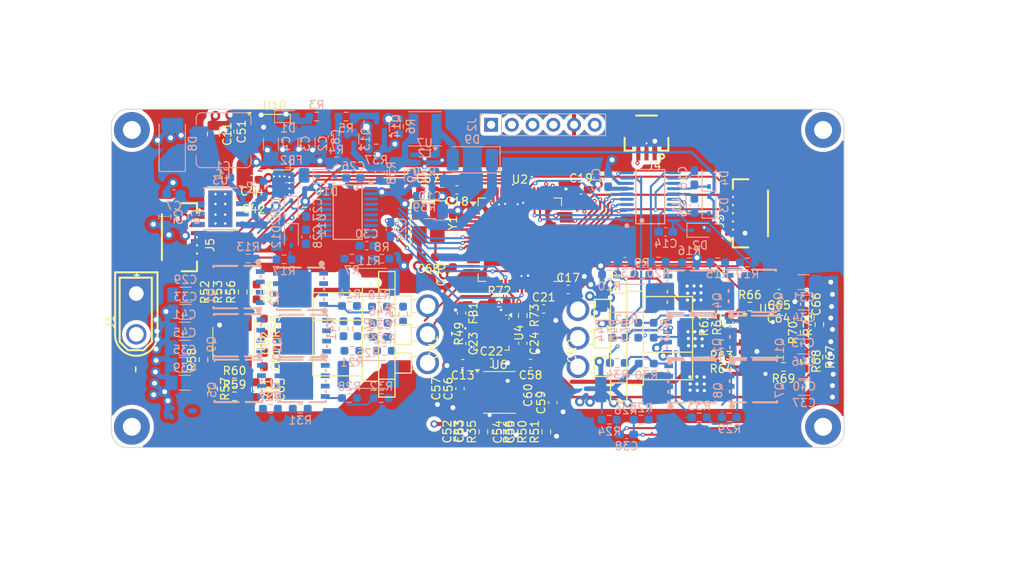
<source format=kicad_pcb>
(kicad_pcb (version 20240108) (generator "pcbnew") (generator_version "8.0")
  (layers (0 "F.Cu" signal) (1 "In1.Cu" signal) (2 "In2.Cu" signal) (31 "B.Cu" signal) (34 "B.Paste" user) (35 "F.Paste" user) (36 "B.SilkS" user "B.Silkscreen") (37 "F.SilkS" user "F.Silkscreen") (38 "B.Mask" user) (39 "F.Mask" user) (44 "Edge.Cuts" user))
  (net 0 "")
  (net 1 "Net-(D8-K)")
  (net 2 "Net-(U3-BOOT)")
  (net 3 "GNDPWR")
  (net 4 "+5V")
  (net 5 "Net-(Q13-D)")
  (net 6 "+12V")
  (net 7 "GNDD")
  (net 8 "+3V3")
  (net 9 "/inverter/1VB1")
  (net 10 "/inverter/1SH_U")
  (net 11 "/inverter/1VB2")
  (net 12 "/inverter/1SH_V")
  (net 13 "/inverter/1SH_W")
  (net 14 "/inverter/2VB1")
  (net 15 "/inverter/2SH_U")
  (net 16 "/inverter/2SH_V")
  (net 17 "/inverter/2VB2")
  (net 18 "/inverter/2SH_W")
  (net 19 "+BATT")
  (net 20 "/OP_VCC")
  (net 21 "/INA1+")
  (net 22 "/VREF_OP1")
  (net 23 "/VREF_OP2")
  (net 24 "/YI")
  (net 25 "/YO")
  (net 26 "Net-(D1-A)")
  (net 27 "Net-(D9-A)")
  (net 28 "/SWDIO")
  (net 29 "/USART3_TX")
  (net 30 "/SWCLK")
  (net 31 "/USART3_RX")
  (net 32 "Net-(Q1-G)")
  (net 33 "Net-(Q2-S-Pad1)")
  (net 34 "Net-(Q2-G)")
  (net 35 "Net-(Q3-G)")
  (net 36 "Net-(Q4-G)")
  (net 37 "Net-(Q4-S-Pad1)")
  (net 38 "Net-(Q5-G)")
  (net 39 "Net-(Q6-S-Pad1)")
  (net 40 "Net-(Q6-G)")
  (net 41 "Net-(Q7-G)")
  (net 42 "Net-(Q8-G)")
  (net 43 "Net-(Q8-S-Pad1)")
  (net 44 "Net-(Q9-G)")
  (net 45 "Net-(Q10-G)")
  (net 46 "Net-(Q11-G)")
  (net 47 "Net-(Q12-G)")
  (net 48 "Net-(Q13-G)")
  (net 49 "Net-(Q14-B)")
  (net 50 "Net-(Q14-C)")
  (net 51 "Net-(U3-VSENSE)")
  (net 52 "/MOTOR_EN")
  (net 53 "/inverter/1GH_A")
  (net 54 "/inverter/1GL_A")
  (net 55 "/inverter/2GH_A")
  (net 56 "/inverter/2GL_A")
  (net 57 "/inverter/1GH_B")
  (net 58 "/inverter/1GL_B")
  (net 59 "/inverter/2GH_B")
  (net 60 "/inverter/2GL_B")
  (net 61 "Net-(U7-EN)")
  (net 62 "Net-(U7-FB)")
  (net 63 "/inverter/1GH_C")
  (net 64 "/inverter/1GL_C")
  (net 65 "/inverter/2GH_C")
  (net 66 "/inverter/2GL_C")
  (net 67 "/MPU_INT")
  (net 68 "/INA2+")
  (net 69 "Net-(U8A-+)")
  (net 70 "Net-(U8A--)")
  (net 71 "Net-(R54-Pad2)")
  (net 72 "Net-(U8B-+)")
  (net 73 "Net-(U8B--)")
  (net 74 "Net-(R60-Pad2)")
  (net 75 "Net-(U9A--)")
  (net 76 "Net-(U9A-+)")
  (net 77 "Net-(R65-Pad2)")
  (net 78 "Net-(U9B--)")
  (net 79 "Net-(U9B-+)")
  (net 80 "Net-(R70-Pad2)")
  (net 81 "/TIM1_CH3N")
  (net 82 "/inverter/1VB3")
  (net 83 "/TIM1_CH1N")
  (net 84 "/TIM1_CH2")
  (net 85 "/TIM1_CH2N")
  (net 86 "/TIM1_CH1")
  (net 87 "/TIM1_CH3")
  (net 88 "/TIM8_CH3")
  (net 89 "/TIM8_CH2N")
  (net 91 "/TIM8_CH1")
  (net 103 "/SPI1_MISO")
  (net 105 "/TIM8_CH3N")
  (net 106 "/TIM8_CH2")
  (net 107 "/SPI1_MOSI")
  (net 109 "/SPI1_SCK")
  (net 110 "/TIM8_CH1N")
  (net 115 "/inverter/2VB3")
  (net 117 "Net-(U11-VCC)")
  (net 118 "Net-(U1-VCC)")
  (net 121 "/1A_ISENSOR-")
  (net 122 "/1A_ISENSOR+")
  (net 123 "/1B_ISENSOR-")
  (net 124 "/1B_ISENSOR+")
  (net 125 "/2A_ISENSOR+")
  (net 126 "/2A_ISENSOR-")
  (net 127 "/2B_ISENSOR+")
  (net 128 "/2B_ISENSOR-")
  (net 131 "/NSS1")
  (net 132 "/NSS2")
  (net 133 "/I2C2_SDA")
  (net 134 "/I2C2_SCL")
  (net 135 "Net-(U4-VDD)")
  (net 136 "Net-(U4-REGOUT)")
  (net 137 "Net-(U4-CPOUT)")
  (net 151 "/USART1_RX")
  (net 152 "/USART1_TX")
  (net 154 "/M1_ADC1_IN4")
  (net 155 "/M1_ADC2_IN7")
  (net 157 "/M2_ADC2_IN14")
  (net 158 "/M2_ADC1_IN11")
  (footprint "Capacitor_SMD:C_0603_1608Metric_Pad1.08x0.95mm_HandSolder" (layer "F.Cu") (at 74.7875 40.585 180)
    (property "Reference" "C18")
    (property "Value" "100n")
  )
  (footprint "Capacitor_SMD:C_0603_1608Metric_Pad1.08x0.95mm_HandSolder" (layer "F.Cu") (at 75.035 70.2325 90)
    (property "Reference" "C52")
    (property "Value" "4.7u")
  )
  (footprint "Resistor_SMD:R_0603_1608Metric_Pad0.98x0.95mm_HandSolder" (layer "F.Cu") (at 51.14 57.3 -90)
    (property "Reference" "R55")
    (property "Value" "100R")
  )
  (footprint "Resistor_SMD:R_0603_1608Metric_Pad0.98x0.95mm_HandSolder" (layer "F.Cu") (at 110.6875 54.9)
    (property "Reference" "R66")
    (property "Value" "100R")
  )
  (footprint "Capacitor_SMD:C_0805_2012Metric_Pad1.18x1.45mm_HandSolder" (layer "F.Cu") (at 44.96 33.74 -90)
    (property "Reference" "C11")
    (property "Value" "10u")
  )
  (footprint "Resistor_SMD:R_0603_1608Metric_Pad0.98x0.95mm_HandSolder" (layer "F.Cu") (at 82.86 55.99 -90)
    (property "Reference" "R73")
    (property "Value" "4.7k")
  )
  (footprint "Sensor_Motion:InvenSense_QFN-24_4x4mm_P0.5mm" (layer "F.Cu") (at 79.02 58.1 -90)
    (property "Reference" "U4")
    (property "Value" "MPU-6050")
  )
  (footprint "Capacitor_SMD:C_0603_1608Metric_Pad1.08x0.95mm_HandSolder" (layer "F.Cu") (at 82.86 59.4025 -90)
    (property "Reference" "C24")
    (property "Value" "2.2n")
  )
  (footprint "Capacitor_SMD:C_0603_1608Metric_Pad1.08x0.95mm_HandSolder" (layer "F.Cu") (at 114.2525 53.3 180)
    (property "Reference" "C65")
    (property "Value" "2.2n")
  )
  (footprint "Capacitor_SMD:C_0603_1608Metric_Pad1.08x0.95mm_HandSolder" (layer "F.Cu") (at 73.535 70.2075 -90)
    (property "Reference" "FB3")
    (property "Value" "FerriteBead")
  )
  (footprint "Capacitor_SMD:C_0603_1608Metric_Pad1.08x0.95mm_HandSolder" (layer "F.Cu") (at 73.67 64.96 90)
    (property "Reference" "C57")
    (property "Value" "100n")
  )
  (footprint "Resistor_SMD:R_0603_1608Metric_Pad0.98x0.95mm_HandSolder" (layer "F.Cu") (at 107.2 59.5 180)
    (property "Reference" "R63")
    (property "Value" "1k")
  )
  (footprint "Resistor_SMD:R_0603_1608Metric_Pad0.98x0.95mm_HandSolder" (layer "F.Cu") (at 78.035 70.2575 90)
    (property "Reference" "R35")
    (property "Value" "1k")
  )
  (footprint "Capacitor_SMD:C_0603_1608Metric_Pad1.08x0.95mm_HandSolder" (layer "F.Cu") (at 71.1875 40.635)
    (property "Reference" "C67")
    (property "Value" "12p")
  )
  (footprint "Capacitor_SMD:C_0603_1608Metric_Pad1.08x0.95mm_HandSolder" (layer "F.Cu") (at 51.14 61.4 -90)
    (property "Reference" "C61")
    (property "Value" "100n")
  )
  (footprint "balancerDriver:CONN-TH_MR30PW-F" (layer "F.Cu") (at 68.7 58.3 -90)
    (property "Reference" "CN1")
    (property "Value" "MR30PW-F")
  )
  (footprint "Capacitor_SMD:C_0805_2012Metric_Pad1.18x1.45mm_HandSolder" (layer "F.Cu") (at 49.86 41.24 180)
    (property "Reference" "C42")
    (property "Value" "10u")
  )
  (footprint "Resistor_SMD:R_0603_1608Metric_Pad0.98x0.95mm_HandSolder" (layer "F.Cu") (at 114.8 62.3 180)
    (property "Reference" "R69")
    (property "Value" "10k")
  )
  (footprint "Capacitor_SMD:C_0603_1608Metric_Pad1.08x0.95mm_HandSolder" (layer "F.Cu") (at 81.235 70.27 90)
    (property "Reference" "C54")
    (property "Value" "4.7u")
  )
  (footprint "balancerDriver:CONN-SMD_6P-P1.00_MEGASTAR_ZX-SH1.0-6PWT" (layer "F.Cu") (at 41.34 46.39 -90)
    (property "Reference" "J5")
    (property "Value" "Conn_01x06")
  )
  (footprint "Capacitor_SMD:C_0603_1608Metric_Pad1.08x0.95mm_HandSolder" (layer "F.Cu") (at 86.535 66.67 90)
    (property "Reference" "C59")
    (property "Value" "4.7u")
  )
  (footprint "Resistor_SMD:R_0603_1608Metric_Pad0.98x0.95mm_HandSolder" (layer "F.Cu") (at 79.98 54.41)
    (property "Reference" "R72")
    (property "Value" "4.7k")
  )
  (footprint "Capacitor_SMD:C_0603_1608Metric_Pad1.08x0.95mm_HandSolder" (layer "F.Cu") (at 76.535 70.195 90)
    (property "Reference" "C53")
    (property "Value" "100n")
  )
  (footprint "Package_SO:SOIC-8_3.9x4.9mm_P1.27mm" (layer "F.Cu") (at 47.44 59.4 -90)
    (property "Reference" "U8")
    (property "Value" "TLV9062xD")
  )
  (footprint "" (layer "F.Cu") (at 34.96 33.24)
    (property "Reference" "")
    (property "Value" "")
  )
  (footprint "Resistor_SMD:R_0603_1608Metric_Pad0.98x0.95mm_HandSolder" (layer "F.Cu") (at 50.24 53.1 -90)
    (property "Reference" "R54")
    (property "Value" "10k")
  )
  (footprint "Resistor_SMD:R_0603_1608Metric_Pad0.98x0.95mm_HandSolder" (layer "F.Cu") (at 106.5 57.1 90)
    (property "Reference" "R62")
    (property "Value" "1k")
  )
  (footprint "Resistor_SMD:R_0603_1608Metric_Pad0.98x0.95mm_HandSolder" (layer "F.Cu") (at 45.34 53.125 90)
    (property "Reference" "R52")
    (property "Value" "10k")
  )
  (footprint "balancerDriver:CONN-SMD_3P-P1.00_WAFER-SH1.0-3PWB" (layer "F.Cu") (at 98.02 34.4235 180)
    (property "Reference" "J4")
    (property "Value" "Conn_01x03")
  )
  (footprint "Capacitor_SMD:C_0603_1608Metric_Pad1.08x0.95mm_HandSolder" (layer "F.Cu") (at 85.425 55.185)
    (property "Reference" "C21")
    (property "Value" "470n")
  )
  (footprint "" (layer "F.Cu") (at 119.66 33.24)
    (property "Reference" "")
    (property "Value" "")
  )
  (footprint "Resistor_SMD:R_0603_1608Metric_Pad0.98x0.95mm_HandSolder" (layer "F.Cu") (at 107.2 61.1 180)
    (property "Reference" "R64")
    (property "Value" "10k")
  )
  (footprint "Capacitor_SMD:C_0603_1608Metric_Pad1.08x0.95mm_HandSolder" (layer "F.Cu") (at 71.2875 48.835 180)
    (property "Reference" "C68")
    (property "Value" "12p")
  )
  (footprint "Resistor_SMD:R_0603_1608Metric_Pad0.98x0.95mm_HandSolder" (layer "F.Cu") (at 47.54 64.2)
    (property "Reference" "R60")
    (property "Value" "10k")
  )
  (footprint "Resistor_SMD:R_0603_1608Metric_Pad0.98x0.95mm_HandSolder" (layer "F.Cu") (at 119.2 57.1 90)
    (property "Reference" "R71")
    (property "Value" "100R")
  )
  (footprint "Resistor_SMD:R_0603_1608Metric_Pad0.98x0.95mm_HandSolder" (layer "F.Cu") (at 117.4 58.1 90)
    (property "Reference" "R70")
    (property "Value" "10k")
  )
  (footprint "Package_TO_SOT_SMD:SOT-223-3_TabPin2" (layer "F.Cu") (at 52.46 34.74)
    (property "Reference" "U10")
    (property "Value" "AMS1117")
  )
  (footprint "Capacitor_SMD:C_0603_1608Metric_Pad1.08x0.95mm_HandSolder" (layer "F.Cu") (at 75.17 64.96 90)
    (property "Reference" "C56")
    (property "Value" "4.7u")
  )
  (footprint "Capacitor_SMD:C_0603_1608Metric_Pad1.08x0.95mm_HandSolder" (layer "F.Cu") (at 75.37 59.4375 -90)
    (property "Reference" "C23")
    (property "Value" "100n")
  )
  (footprint "Capacitor_SMD:C_0603_1608Metric_Pad1.08x0.95mm_HandSolder" (layer "F.Cu") (at 46.96 33.44 -90)
    (property "Reference" "C51")
    (property "Value" "100n")
  )
  (footprint "Capacitor_SMD:C_0603_1608Metric_Pad1.08x0.95mm_HandSolder" (layer "F.Cu") (at 88.42 52.8)
    (property "Reference" "C17")
    (property "Value" "100n")
  )
  (footprint "Resistor_SMD:R_0603_1608Metric_Pad0.98x0.95mm_HandSolder" (layer "F.Cu") (at 108.1 57 90)
    (property "Reference" "R65")
    (property "Value" "10k")
  )
  (footprint "Resistor_SMD:R_0603_1608Metric_Pad0.98x0.95mm_HandSolder" (layer "F.Cu") (at 47.54 65.9)
    (property "Reference" "R59")
    (property "Value" "1k")
  )
  (footprint "Resistor_SMD:R_0603_1608Metric_Pad0.98x0.95mm_HandSolder" (layer "F.Cu") (at 48.54 53.1 90)
    (property "Reference" "R56")
    (property "Value" "1k")
  )
  (footprint "Capacitor_SMD:C_0603_1608Metric_Pad1.08x0.95mm_HandSolder" (layer "F.Cu") (at 89.9875 40.585)
    (property "Reference" "C19")
    (property "Value" "100n")
  )
  (footprint "Capacitor_SMD:C_0603_1608Metric_Pad1.08x0.95mm_HandSolder" (layer "F.Cu") (at 83.81 61.88 180)
    (property "Reference" "C58")
    (property "Value" "100n")
  )
  (footprint "balancerDriver:CONN-TH_MR30PW-F" (layer "F.Cu") (at 92.11375 58.765 90)
    (property "Reference" "CN2")
    (property "Value" "MR30PW-F")
  )
  (footprint "Package_QFP:LQFP-64_10x10mm_P0.5mm" (layer "F.Cu") (at 82.5 46.7)
    (property "Reference" "U2")
    (property "Value" "STM32G431RBTx")
  )
  (footprint "Resistor_SMD:R_0603_1608Metric_Pad0.98x0.95mm_HandSolder" (layer "F.Cu") (at 85.735 70.2575 90)
    (property "Reference" "R51")
    (property "Value" "1k")
  )
  (footprint "Capacitor_SMD:C_0603_1608Metric_Pad1.08x0.95mm_HandSolder" (layer "F.Cu") (at 82.735 70.27 90)
    (property "Reference" "C55")
    (property "Value" "100n")
  )
  (footprint "Resistor_SMD:R_0603_1608Metric_Pad0.98x0.95mm_HandSolder" (layer "F.Cu") (at 73.61 58.2225 -90)
    (property "Reference" "R49")
    (property "Value" "10k")
  )
  (footprint "Capacitor_SMD:C_0603_1608Metric_Pad1.08x0.95mm_HandSolder" (layer "F.Cu") (at 75.36 55.7 -90)
    (property "Reference" "FB1")
    (property "Value" "FerriteBead")
  )
  (footprint "Resistor_SMD:R_0603_1608Metric_Pad0.98x0.95mm_HandSolder" (layer "F.Cu") (at 84.235 70.2575 90)
    (property "Reference" "R50")
    (property "Value" "1k")
  )
  (footprint "Capacitor_SMD:C_0603_1608Metric_Pad1.08x0.95mm_HandSolder" (layer "F.Cu") (at 49.66 39.34 180)
    (property "Reference" "C44")
    (property "Value" "100n")
  )
  (footprint "Resistor_SMD:R_0603_1608Metric_Pad0.98x0.95mm_HandSolder" (layer "F.Cu") (at 79.635 70.27 -90)
    (property "Reference" "R36")
    (property "Value" "1k")
  )
  (footprint "Capacitor_SMD:C_0603_1608Metric_Pad1.08x0.95mm_HandSolder" (layer "F.Cu") (at 79.02 61.8125)
    (property "Reference" "C22")
    (property "Value" "100n")
  )
  (footprint "Resistor_SMD:R_0603_1608Metric_Pad0.98x0.95mm_HandSolder" (layer "F.Cu") (at 117.4 61.6 -90)
    (property "Reference" "R68")
    (property "Value" "1k")
  )
  (footprint "Package_SO:SOIC-8_3.9x4.9mm_P1.27mm" (layer "F.Cu") (at 112.7875 58.56)
    (property "Reference" "U9")
    (property "Value" "TLV9062xD")
  )
  (footprint "Capacitor_SMD:C_0603_1608Metric_Pad1.08x0.95mm_HandSolder" (layer "F.Cu") (at 117.4 54.6 -90)
    (property "Reference" "C66")
    (property "Value" "100n")
  )
  (footprint "balancerDriver:CONN-SMD_6P-P1.00_MEGASTAR_ZX-SH1.0-6PWT" (layer "F.Cu") (at 110.21 43.46 90)
    (property "Reference" "J3")
    (property "Value" "Conn_01x06")
  )
  (footprint "Capacitor_SMD:C_0603_1608Metric_Pad1.08x0.95mm_HandSolder" (layer "F.Cu") (at 52.74 59.4 90)
    (property "Reference" "C62")
    (property "Value" "2.2n")
  )
  (footprint "Capacitor_SMD:C_0603_1608Metric_Pad1.08x0.95mm_HandSolder" (layer "F.Cu") (at 114.1925 54.92 180)
    (property "Reference" "C64")
    (property "Value" "2.2n")
  )
  (footprint "Capacitor_SMD:C_0603_1608Metric_Pad1.08x0.95mm_HandSolder" (layer "F.Cu") (at 75.5 61.9 180)
    (property "Reference" "C13")
    (property "Value" "10n")
  )
  (footprint "balancerDriver:CONN-TH_XT30UPB-M" (layer "F.Cu") (at 35.5 55.8 90)
    (property "Reference" "J1")
    (property "Value" "Conn_01x02")
  )
  (footprint "" (layer "F.Cu") (at 119.66 69.64)
    (property "Reference" "")
    (property "Value" "")
  )
  (footprint "Resistor_SMD:R_0603_1608Metric_Pad0.98x0.95mm_HandSolder" (layer "F.Cu") (at 46.94 53.1 90)
    (property "Reference" "R53")
    (property "Value" "1k")
  )
  (footprint "Crystal:Crystal_SMD_SeikoEpson_FA238-4Pin_3.2x2.5mm_HandSoldering" (layer "F.Cu") (at 71.2875 44.635 -90)
    (property "Reference" "Y1")
    (property "Value" "25MHz")
  )
  (footprint "Resistor_SMD:R_0603_1608Metric_Pad0.98x0.95mm_HandSolder" (layer "F.Cu") (at 119.1 61.1 -90)
    (property "Reference" "R67")
    (property "Value" "1k")
  )
  (footprint "Capacitor_SMD:C_0603_1608Metric_Pad1.08x0.95mm_HandSolder" (layer "F.Cu") (at 74.2875 50.985 90)
    (property "Reference" "C20")
    (property "Value" "100n")
  )
  (footprint "Resistor_SMD:R_0603_1608Metric_Pad0.98x0.95mm_HandSolder" (layer "F.Cu") (at 50.14 65.0875 -90)
    (property "Reference" "R61")
    (property "Value" "100R")
  )
  (footprint "Capacitor_SMD:C_0603_1608Metric_Pad1.08x0.95mm_HandSolder" (layer "F.Cu") (at 51.74 65.0625 -90)
    (property "Reference" "C63")
    (property "Value" "2.2n")
  )
  (footprint "Capacitor_SMD:C_0603_1608Metric_Pad1.08x0.95mm_HandSolder" (layer "F.Cu") (at 84.935 65.77 90)
    (property "Reference" "C60")
    (property "Value" "100n")
  )
  (footprint "Package_SO:SOIC-8_3.9x4.9mm_P1.27mm" (layer "F.Cu") (at 79.995 65.425)
    (property "Reference" "U6")
    (property "Value" "TLV9062xD")
  )
  (footprint "" (layer "F.Cu") (at 34.96 69.64)
    (property "Reference" "")
    (property "Value" "")
  )
  (footprint "Resistor_SMD:R_0603_1608Metric_Pad0.98x0.95mm_HandSolder" (layer "F.Cu") (at 44.94 65 -90)
    (property "Reference" "R57")
    (property "Value" "1k")
  )
  (footprint "Resistor_SMD:R_0603_1608Metric_Pad0.98x0.95mm_HandSolder" (layer "F.Cu") (at 43.74 61.4 90)
    (property "Reference" "R58")
    (property "Value" "10k")
  )
  (footprint "Capacitor_SMD:C_1206_3216Metric_Pad1.33x1.80mm_HandSolder" (layer "B.Cu") (at 117.3 54.4)
    (property "Reference" "C34")
    (property "Value" "22uF/25V")
  )
  (footprint "Resistor_SMD:R_0603_1608Metric_Pad0.98x0.95mm_HandSolder" (layer "B.Cu") (at 53.6 49.1)
    (property "Reference" "R17")
    (property "Value" "10R")
  )
  (footprint "LED_SMD:LED_0603_1608Metric_Pad1.05x0.95mm_HandSolder" (layer "B.Cu") (at 54.1 31.6)
    (property "Reference" "D1")
    (property "Value" "LED")
  )
  (footprint "Resistor_SMD:R_0603_1608Metric_Pad0.98x0.95mm_HandSolder" (layer "B.Cu") (at 98.9 57.8 90)
    (property "Reference" "R43")
    (property "Value" "10k")
  )
  (footprint "Capacitor_SMD:C_0603_1608Metric_Pad1.08x0.95mm_HandSolder" (layer "B.Cu") (at 103.88 42.5025 -90)
    (property "Reference" "C15")
    (property "Value" "100n")
  )
  (footprint "balancerDriver:PDFN-8_L4.9-W5.8-P1.27-LS6.1-BL" (layer "B.Cu") (at 103.47375 53.075 90)
    (property "Reference" "Q4")
    (property "Value" "KNY3406C")
  )
  (footprint "Resistor_SMD:R_0603_1608Metric_Pad0.98x0.95mm_HandSolder" (layer "B.Cu") (at 68.19 55.82 -90)
    (property "Reference" "R42")
    (property "Value" "10k")
  )
  (footprint "Resistor_SMD:R_0603_1608Metric_Pad0.98x0.95mm_HandSolder" (layer "B.Cu") (at 62.59 57.62 90)
    (property "Reference" "R45")
    (property "Value" "10R")
  )
  (footprint "Resistor_SMD:R_2512_6332Metric_Pad1.40x3.35mm_HandSolder" (layer "B.Cu") (at 64.02 51.92 180)
    (property "Reference" "R11")
    (property "Value" "20mR")
  )
  (footprint "Resistor_SMD:R_0603_1608Metric_Pad0.98x0.95mm_HandSolder" (layer "B.Cu") (at 95.4 57.8 -90)
    (property "Reference" "R48")
    (property "Value" "10R")
  )
  (footprint "Resistor_SMD:R_0603_1608Metric_Pad0.98x0.95mm_HandSolder" (layer "B.Cu") (at 51.1 44 90)
    (property "Reference" "R2")
    (property "Value" "3.3k")
  )
  (footprint "Resistor_SMD:R_0603_1608Metric_Pad0.98x0.95mm_HandSolder" (layer "B.Cu") (at 65.3 54.9 180)
    (property "Reference" "R18")
    (property "Value" "10R")
  )
  (footprint "Capacitor_SMD:C_1206_3216Metric_Pad1.33x1.80mm_HandSolder" (layer "B.Cu") (at 117.33 64.87)
    (property "Reference" "C37")
    (property "Value" "22uF/25V")
  )
  (footprint "Capacitor_SMD:C_0603_1608Metric_Pad1.08x0.95mm_HandSolder" (layer "B.Cu") (at 58.5 34.1 90)
    (property "Reference" "C8")
    (property "Value" "100n")
  )
  (footprint "Resistor_SMD:R_0603_1608Metric_Pad0.98x0.95mm_HandSolder" (layer "B.Cu") (at 51.9325 67.42 180)
    (property "Reference" "R27")
    (property "Value" "10k")
  )
  (footprint "Capacitor_SMD:C_0603_1608Metric_Pad1.08x0.95mm_HandSolder" (layer "B.Cu") (at 40.1 41.1)
    (property "Reference" "C7")
    (property "Value" "100n")
  )
  (footprint "Diode_SMD:D_SOD-323" (layer "B.Cu") (at 58.8 38.9285)
    (property "Reference" "D10")
    (property "Value" "1N5819WS")
  )
  (footprint "Resistor_SMD:R_0603_1608Metric_Pad0.98x0.95mm_HandSolder" (layer "B.Cu") (at 99.47375 49.375)
    (property "Reference" "R20")
    (property "Value" "10R")
  )
  (footprint "Resistor_SMD:R_0603_1608Metric_Pad0.98x0.95mm_HandSolder" (layer "B.Cu") (at 103.27375 49.475 180)
    (property "Reference" "R16")
    (property "Value" "10k")
  )
  (footprint "Resistor_SMD:R_0603_1608Metric_Pad0.98x0.95mm_HandSolder" (layer "B.Cu") (at 97 57.8 -90)
    (property "Reference" "R47")
    (property "Value" "10R")
  )
  (footprint "Resistor_SMD:R_0603_1608Metric_Pad0.98x0.95mm_HandSolder" (layer "B.Cu") (at 70.8 39.8 180)
    (property "Reference" "R40")
    (property "Value" "3.3k")
  )
  (footprint "Capacitor_SMD:C_1206_3216Metric_Pad1.33x1.80mm_HandSolder" (layer "B.Cu") (at 71.475 43.2 180)
    (property "Reference" "C10")
    (property "Value" "47u")
  )
  (footprint "balancerDriver:TSSOP-20_L6.5-W4.4-P0.65-LS6.4-BL" (layer "B.Cu") (at 61.4 43.3285 -90)
    (property "Reference" "U11")
    (property "Value" "FD6288T")
  )
  (footprint "Diode_SMD:D_SOD-323" (layer "B.Cu") (at 105.68 42.44 90)
    (property "Reference" "D3")
    (property "Value" "1N5819WS")
  )
  (footprint "Diode_SMD:D_SOD-323" (layer "B.Cu") (at 54.5 42.9785 -90)
    (property "Reference" "D11")
    (property "Value" "1N5819WS")
  )
  (footprint "Capacitor_SMD:C_1206_3216Metric_Pad1.33x1.80mm_HandSolder" (layer "B.Cu") (at 41.4275 59.95 180)
    (property "Reference" "C45")
    (property "Value" "22uF/25V")
  )
  (footprint "Inductor_SMD:L_Taiyo-Yuden_MD-4040" (layer "B.Cu") (at 70.875 33.1)
    (property "Reference" "L2")
    (property "Value" "10u")
  )
  (footprint "Resistor_SMD:R_0603_1608Metric_Pad0.98x0.95mm_HandSolder" (layer "B.Cu") (at 61.92 60.32)
    (property "Reference" "R21")
    (property "Value" "100R")
  )
  (footprint "Diode_SMD:D_MELF" (layer "B.Cu") (at 39.9 34.9125 90)
    (property "Reference" "D8")
    (property "Value" "1N5712UR")
  )
  (footprint "Resistor_SMD:R_2512_6332Metric_Pad1.40x3.35mm_HandSolder" (layer "B.Cu") (at 63.92 63.22 180)
    (property "Reference" "R25")
    (property "Value" "20mR")
  )
  (footprint "Capacitor_SMD:C_0603_1608Metric_Pad1.08x0.95mm_HandSolder" (layer "B.Cu") (at 56.3 42.9785 90)
    (property "Reference" "C27")
    (property "Value" "100n")
  )
  (footprint "Resistor_SMD:R_0603_1608Metric_Pad0.98x0.95mm_HandSolder" (layer "B.Cu") (at 61.2 31.6)
    (property "Reference" "R5")
    (property "Value" "100R")
  )
  (footprint "balancerDriver:PDFN-8_L4.9-W5.8-P1.27-LS6.1-BL" (layer "B.Cu") (at 111.13875 58.613 90)
    (property "Reference" "Q11")
    (property "Value" "KNY3406C")
  )
  (footprint "Capacitor_SMD:C_1206_3216Metric_Pad1.33x1.80mm_HandSolder" (layer "B.Cu") (at 52 34.9375 90)
    (property "Reference" "C4")
    (property "Value" "47u")
  )
  (footprint "Capacitor_SMD:C_1206_3216Metric_Pad1.33x1.80mm_HandSolder" (layer "B.Cu") (at 54.4 34.9 90)
    (property "Reference" "C3")
    (property "Value" "47u")
  )
  (footprint "Resistor_SMD:R_0603_1608Metric_Pad0.98x0.95mm_HandSolder" (layer "B.Cu") (at 106.73375 49.455)
    (property "Reference" "R15")
    (property "Value" "10k")
  )
  (footprint "Resistor_SMD:R_0603_1608Metric_Pad0.98x0.95mm_HandSolder" (layer "B.Cu") (at 60 37.1 180)
    (property "Reference" "R4")
    (property "Value" "10k")
  )
  (footprint "balancerDriver:PDFN-8_L4.9-W5.8-P1.27-LS6.1-BL" (layer "B.Cu") (at 110.97375 52.975 90)
    (property "Reference" "Q3")
    (property "Value" "KNY3406C")
  )
  (footprint "Resistor_SMD:R_0603_1608Metric_Pad0.98x0.95mm_HandSolder" (layer "B.Cu") (at 51.1 40.4 -90)
    (property "Reference" "R1")
    (property "Value" "10k")
  )
  (footprint "balancerDriver:PDFN-8_L4.9-W5.8-P1.27-LS6.1-BL" (layer "B.Cu") (at 47.9975 64.008522 -90)
    (property "Reference" "Q5")
    (property "Value" "KNY3406C")
  )
  (footprint "Capacitor_SMD:C_1206_3216Metric_Pad1.33x1.80mm_HandSolder" (layer "B.Cu") (at 41.5275 55.54 180)
    (property "Reference" "C33")
    (property "Value" "22uF/25V")
  )
  (footprint "Resistor_SMD:R_0603_1608Metric_Pad0.98x0.95mm_HandSolder" (layer "B.Cu") (at 97.99375 61.885)
    (property "Reference" "R30")
    (property "Value" "10k")
  )
  (footprint "balancerDriver:PDFN-8_L4.9-W5.8-P1.27-LS6.1-BL" (layer "B.Cu") (at 47.92 58.42 -90)
    (property "Reference" "Q9")
    (property "Value" "KNY3406C")
  )
  (footprint "balancerDriver:PDFN-8_L4.9-W5.8-P1.27-LS6.1-BL" (layer "B.Cu") (at 103.43875 58.613 90)
    (property "Reference" "Q12")
    (property "Value" "KNY3406C")
  )
  (footprint "Resistor_SMD:R_0603_1608Metric_Pad0.98x0.95mm_HandSolder" (layer "B.Cu") (at 93.8 57.8 -90)
    (property "Reference" "R44")
    (property "Value" "10k")
  )
  (footprint "balancerDriver:PDFN-8_L4.9-W5.8-P1.27-LS6.1-BL" (layer "B.Cu") (at 111.10875 64.038 90)
    (property "Reference" "Q7")
    (property "Value" "KNY3406C")
  )
  (footprint "Capacitor_SMD:C_0603_1608Metric_Pad1.08x0.95mm_HandSolder" (layer "B.Cu") (at 95.37375 49.375)
    (property "Reference" "C32")
    (property "Value" "1n")
  )
  (footprint "Resistor_SMD:R_0603_1608Metric_Pad0.98x0.95mm_HandSolder" (layer "B.Cu") (at 57.6 31.6 180)
    (property "Reference" "R3")
    (property "Value" "4.7k")
  )
  (footprint "Diode_SMD:D_SOD-323" (layer "B.Cu") (at 54.5 46.3285 -90)
    (property "Reference" "D12")
    (property "Value" "1N5819WS")
  )
  (footprint "Capacitor_SMD:C_0603_1608Metric_Pad1.08x0.95mm_HandSolder" (layer "B.Cu") (at 65.39 58.6075 180)
    (property "Reference" "C36")
    (property "Value" "1n")
  )
  (footprint "Capacitor_SMD:C_1206_3216Metric_Pad1.33x1.80mm_HandSolder" (layer "B.Cu") (at 41.4275 57.73 180)
    (property "Reference" "C41")
    (property "Value" "22uF/25V")
  )
  (footprint "Capacitor_SMD:C_1206_3216Metric_Pad1.33x1.80mm_HandSolder" (layer "B.Cu") (at 41.5275 53.44 180)
    (property "Reference" "C29")
    (property "Value" "22uF/25V")
  )
  (footprint "Diode_SMD:D_SOD-323" (layer "B.Cu") (at 104.58 45.54)
    (property "Reference" "D2")
    (property "Value" "1N5819WS")
  )
  (footprint "Resistor_SMD:R_0603_1608Metric_Pad0.98x0.95mm_HandSolder" (layer "B.Cu") (at 61.62 66.12 180)
    (property "Reference" "R28")
    (property "Value" "10k")
  )
  (footprint "Resistor_SMD:R_0603_1608Metric_Pad0.98x0.95mm_HandSolder" (layer "B.Cu") (at 65.58 49.03 180)
    (property "Reference" "R8")
    (property "Value" "100R")
  )
  (footprint "Capacitor_SMD:C_0603_1608Metric_Pad1.08x0.95mm_HandSolder" (layer "B.Cu") (at 63.7425 47.43 180)
    (property "Reference" "C30")
    (property "Value" "1n")
  )
  (footprint "Capacitor_SMD:C_0603_1608Metric_Pad1.08x0.95mm_HandSolder" (layer "B.Cu") (at 66.643 45.4285 90)
    (property "Reference" "C25")
    (property "Value" "100nF/25V")
  )
  (footprint "Resistor_SMD:R_0603_1608Metric_Pad0.98x0.95mm_HandSolder" (layer "B.Cu") (at 55.59 67.42)
    (property "Reference" "R31")
    (property "Value" "10R")
  )
  (footprint "Resistor_SMD:R_0603_1608Metric_Pad0.98x0.95mm_HandSolder" (layer "B.Cu") (at 93.48625 50.975)
    (property "Reference" "R10")
    (property "Value" "100R")
  )
  (footprint "Capacitor_SMD:C_0603_1608Metric_Pad1.08x0.95mm_HandSolder" (layer "B.Cu") (at 100.38 45.74)
    (property "Reference" "C14")
    (property "Value" "100n")
  )
  (footprint "Capacitor_SMD:C_1206_3216Metric_Pad1.33x1.80mm_HandSolder" (layer "B.Cu") (at 41.4275 62.04 180)
    (property "Reference" "C35")
    (property "Value" "22uF/25V")
  )
  (footprint "Resistor_SMD:R_0603_1608Metric_Pad0.98x0.95mm_HandSolder" (layer "B.Cu") (at 67.7 32.8 90)
    (property "Reference" "R6")
    (property "Value" "1k")
  )
  (footprint "balancerDriver:PDFN-8_L4.9-W5.8-P1.27-LS6.1-BL" (layer "B.Cu") (at 103.57375 64.075 90)
    (property "Reference" "Q8")
    (property "Value" "KNY3406C")
  )
  (footprint "Capacitor_SMD:C_0603_1608Metric_Pad1.08x0.95mm_HandSolder" (layer "B.Cu") (at 62.1 39.1285 180)
    (property "Reference" "C26")
    (property "Value" "100n")
  )
  (footprint "balancerDriver:PDFN-8_L4.9-W5.8-P1.27-LS6.1-BL" (layer "B.Cu") (at 55.985 58.497 -90)
    (property "Reference" "Q10")
    (property "Value" "KNY3406C")
  )
  (footprint "Capacitor_SMD:C_0603_1608Metric_Pad1.08x0.95mm_HandSolder" (layer "B.Cu") (at 46.1 39.1 180)
    (property "Reference" "C1")
    (property "Value" "10n")
  )
  (footprint "Package_TO_SOT_SMD:SOT-23" (layer "B.Cu") (at 61.2 34.3375 90)
    (property "Reference" "Q13")
    (property "Value" "PMOS")
  )
  (footprint "Package_TO_SOT_SMD:SOT-23-6" (layer "B.Cu") (at 70.8375 37.25 180)
    (property "Reference" "U7")
    (property "Value" "MT3608")
  )
  (footprint "Capacitor_SMD:C_0603_1608Metric_Pad1.08x0.95mm_HandSolder" (layer "B.Cu") (at 93.32 39.34 -90)
    (property "Reference" "C12")
    (property "Value" "100nF/25V")
  )
  (footprint "Capacitor_SMD:C_1206_3216Metric_Pad1.33x1.80mm_HandSolder" (layer "B.Cu") (at 56.5 34.9 90)
    (property "Reference" "C2")
    (property "Value" "47u")
  )
  (footprint "Resistor_SMD:R_0603_1608Metric_Pad0.98x0.95mm_HandSolder" (layer "B.Cu") (at 65.3375 38.5125 90)
    (property "Reference" "R38")
    (property "Value" "10k")
  )
  (footprint "balancerDriver:PDFN-8_L4.9-W5.8-P1.27-LS6.1-BL" (layer "B.Cu") (at 55.62 52.72 -90)
    (property "Reference" "Q2")
    (property "Value" "KNY3406C")
  )
  (footprint "Resistor_SMD:R_0603_1608Metric_Pad0.98x0.95mm_HandSolder" (layer "B.Cu") (at 108.17375 68.475)
    (property "Reference" "R29")
    (property "Value" "10k")
  )
  (footprint "Capacitor_SMD:C_1206_3216Metric_Pad1.33x1.80mm_HandSolder" (layer "B.Cu") (at 117.2625 51.9)
    (property "Reference" "C31")
    (property "Value" "22uF/25V")
  )
  (footprint "balancerDriver:PDFN-8_L4.9-W5.8-P1.27-LS6.1-BL" (layer "B.Cu") (at 55.82 64.02 -90)
    (property "Reference" "Q6")
    (property "Value" "KNY3406C")
  )
  (footprint "Package_TO_SOT_SMD:SOT-23" (layer "B.Cu") (at 64.95 32.7625 90)
    (property "Reference" "Q14")
    (property "Value" "S8050")
  )
  (footprint "Resistor_SMD:R_0603_1608Metric_Pad0.98x0.95mm_HandSolder" (layer "B.Cu") (at 97.37375 68.775 180)
    (property "Reference" "R23")
    (property "Value" "100R")
  )
  (footprint "Resistor_SMD:R_0603_1608Metric_Pad0.98x0.95mm_HandSolder" (layer "B.Cu") (at 60.89 57.62 -90)
    (property "Reference" "R41")
    (property "Value" "10k")
  )
  (footprint "Capacitor_SMD:C_1206_3216Metric_Pad1.33x1.80mm_HandSolder" (layer "B.Cu") (at 117.2 57.5)
    (property "Reference" "C43")
    (property "Value" "22uF/25V")
  )
  (footprint "Capacitor_SMD:C_0805_2012Metric_Pad1.18x1.45mm_HandSolder" (layer "B.Cu") (at 39 43.9 90)
    (property "Reference" "C5")
    (property "Value" "22u")
  )
  (footprint "Resistor_SMD:R_0603_1608Metric_Pad0.98x0.95mm_HandSolder" (layer "B.Cu") (at 61.92 49.02)
    (property "Reference" "R7")
    (property "Value" "100R")
  )
  (footprint "Capacitor_SMD:C_1206_3216Metric_Pad1.33x1.80mm_HandSolder" (layer "B.Cu") (at 54.5 38.8 180)
    (property "Reference" "FB2")
    (property "Value" "FerriteBead")
  )
  (footprint "Resistor_SMD:R_0603_1608Metric_Pad0.98x0.95mm_HandSolder" (layer "B.Cu") (at 104.48375 68.495 180)
    (property "Reference" "R33")
    (property "Value" "10R")
  )
  (footprint "Resistor_SMD:R_0603_1608Metric_Pad0.98x0.95mm_HandSolder" (layer "B.Cu") (at 65.39 56.9 180)
    (property "Reference" "R46")
    (property "Value" "10R")
  )
  (footprint "Diode_SMD:D_SOD-323" (layer "B.Cu") (at 105.68 39.14 90)
    (property "Reference" "D4")
    (property "Value" "1N5819WS")
  )
  (footprint "Resistor_SMD:R_0603_1608Metric_Pad0.98x0.95mm_HandSolder" (layer "B.Cu") (at 61.62 54.82 180)
    (property "Reference" "R14")
    (property "Value" "10k")
  )
  (footprint "balancerDriver:TSSOP-20_L6.5-W4.4-P0.65-LS6.4-BL" (layer "B.Cu") (at 98.48 41.4115 90)
    (property "Reference" "U1")
    (property "Value" "FD6288T")
  )
  (footprint "Resistor_SMD:R_2512_6332Metric_Pad1.40x3.35mm_HandSolder" (layer "B.Cu") (at 95.57375 53.875)
    (property "Reference" "R12")
    (property "Value" "20mR")
  )
  (footprint "Resistor_SMD:R_0603_1608Metric_Pad0.98x0.95mm_HandSolder" (layer "B.Cu") (at 70.8 41.3)
    (property "Reference" "R39")
    (property "Value" "63.4k")
  )
  (footprint "Resistor_SMD:R_0603_1608Metric_Pad0.98x0.95mm_HandSolder" (layer "B.Cu") (at 110.39375 49.485)
    (property "Reference" "R19")
    (property "Value" "10R")
  )
  (footprint "Capacitor_SMD:C_0603_1608Metric_Pad1.08x0.95mm_HandSolder" (layer "B.Cu") (at 103.88 39.1025 -90)
    (property "Reference" "C16")
    (property "Value" "100n")
  )
  (footprint "Inductor_SMD:L_Sumida_CDMC6D28_7.25x6.5mm" (layer "B.Cu") (at 46.2 34.5)
    (property "Reference" "L1")
    (property "Value" "10u")
  )
  (footprint "Capacitor_SMD:C_0603_1608Metric_Pad1.08x0.95mm_HandSolder" (layer "B.Cu") (at 95.57375 70.575)
    (property "Reference" "C38")
    (property "Value" "1n")
  )
  (footprint "Connector_PinHeader_2.54mm:PinHeader_1x06_P2.54mm_Vertical" (layer "B.Cu") (at 78.98 32.6 -90)
    (property "Reference" "J2")
    (property "Value" "Conn_01x06")
  )
  (footprint "Resistor_SMD:R_0603_1608Metric_Pad0.98x0.95mm_HandSolder" (layer "B.Cu") (at 97.46125 50.975 180)
    (property "Reference" "R9")
    (property "Value" "100R")
  )
  (footprint "Resistor_SMD:R_0603_1608Metric_Pad0.98x0.95mm_HandSolder" (layer "B.Cu") (at 65.52 66.12 180)
    (property "Reference" "R32")
    (property "Value" "10R")
  )
  (footprint "balancerDriver:PDFN-8_L4.9-W5.8-P1.27-LS6.1-BL" (layer "B.Cu") (at 47.855 52.513 -90)
    (property "Reference" "Q1")
    (property "Value" "KNY3406C")
  )
  (footprint "Resistor_SMD:R_0603_1608Metric_Pad0.98x0.95mm_HandSolder" (layer "B.Cu") (at 65.9075 60.32 180)
    (property "Reference" "R22")
    (property "Value" "100R")
  )
  (footprint "Capacitor_SMD:C_1206_3216Metric_Pad1.33x1.80mm_HandSolder" (layer "B.Cu") (at 41.4275 64.24 180)
    (property "Reference" "C39")
    (property "Value" "22uF/25V")
  )
  (footprint "Capacitor_SMD:C_0805_2012Metric_Pad1.18x1.45mm_HandSolder" (layer "B.Cu") (at 41.1 43.9 90)
    (property "Reference" "C6")
    (property "Value" "22u")
  )
  (footprint "Resistor_SMD:R_0603_1608Metric_Pad0.98x0.95mm_HandSolder" (layer "B.Cu") (at 49.2 49 180)
    (property "Reference" "R13")
    (property "Value" "10k")
  )
  (footprint "Capacitor_SMD:C_1206_3216Metric_Pad1.33x1.80mm_HandSolder" (layer "B.Cu") (at 67.4375 38.7625 90)
    (property "Reference" "C9")
    (property "Value" "47u")
  )
  (footprint "Capacitor_SMD:C_0603_1608Metric_Pad1.08x0.95mm_HandSolder" (layer "B.Cu") (at 56.3 46.341 90)
    (property "Reference" "C28")
    (property "Value" "100n")
  )
  (footprint "Diode_SMD:D_MELF" (layer "B.Cu") (at 76.675 36.9 180)
    (property "Reference" "D9")
    (property "Value" "1N5712UR")
  )
  (footprint "Package_SO:TI_SO-PowerPAD-8_ThermalVias" (layer "B.Cu") (at 45.8 42.9125 180)
    (property "Reference" "U3")
    (property "Value" "TPS5430DDA")
  )
  (footprint "Resistor_SMD:R_0603_1608Metric_Pad0.98x0.95mm_HandSolder" (layer "B.Cu") (at 64.9 35.5)
    (property "Reference" "R37")
    (property "Value" "10k")
  )
  (footprint "Resistor_SMD:R_0603_1608Metric_Pad0.98x0.95mm_HandSolder" (layer "B.Cu") (at 94.44375 61.815)
    (property "Reference" "R34")
    (property "Value" "10R")
  )
  (footprint "Capacitor_SMD:C_1206_3216Metric_Pad1.33x1.80mm_HandSolder" (layer "B.Cu") (at 117.35 62.84)
    (property "Reference" "C40")
    (property "Value" "22uF/25V")
  )
  (footprint "Capacitor_SMD:C_1206_3216Metric_Pad1.33x1.80mm_HandSolder" (layer "B.Cu") (at 117.2375 59.8)
    (property "Reference" "C46")
    (property "Value" "22uF/25V")
  )
  (footprint "Resistor_SMD:R_0603_1608Metric_Pad0.98x0.95mm_HandSolder" (layer "B.Cu") (at 93.46125 68.775)
    (property "Reference" "R24")
    (property "Value" "100R")
  )
  (footprint "Resistor_SMD:R_2512_6332Metric_Pad1.40x3.35mm_HandSolder" (layer "B.Cu") (at 95.47375 64.975)
    (property "Reference" "R26")
    (property "Value" "20mR")
  )
  (gr_line (start 32.454998 70.19) (end 32.454998 32.69) (stroke (width 0.1)) (layer "Edge.Cuts"))
  (gr_arc (start 34.454998 72.19) (mid 33.040786 71.604213) (end 32.454998 70.19) (stroke (width 0.1)) (layer "Edge.Cuts"))
  (gr_line (start 120.235841 72.19) (end 119.354998 72.19) (stroke (width 0.1)) (layer "Edge.Cuts"))
  (gr_arc (start 120.235841 30.69) (mid 121.650063 31.275795) (end 122.235841 32.69) (stroke (width 0.1)) (layer "Edge.Cuts"))
  (gr_line (start 122.235841 32.69) (end 122.235841 70.19) (stroke (width 0.1)) (layer "Edge.Cuts"))
  (gr_line (start 34.454998 30.69) (end 119.354998 30.69) (stroke (width 0.1)) (layer "Edge.Cuts"))
  (gr_arc (start 122.235841 70.19) (mid 121.650051 71.604193) (end 120.235841 72.19) (stroke (width 0.1)) (layer "Edge.Cuts"))
  (gr_arc (start 32.454998 32.69) (mid 33.040784 31.275786) (end 34.454998 30.69) (stroke (width 0.1)) (layer "Edge.Cuts"))
  (gr_line (start 119.354998 72.19) (end 34.454998 72.19) (stroke (width 0.1)) (layer "Edge.Cuts"))
  (gr_line (start 119.354998 30.69) (end 120.235841 30.69) (stroke (width 0.1)) (layer "Edge.Cuts"))
  (segment (start 98.6875 70.375) (end 98.6625 70.4) (width 0.25) (layer "B.Cu") (net 0))
  (segment (start 48.56 41.7475) (end 48.56 41.3775) (width 0.6) (layer "B.Cu") (net 2))
  (segment (start 48.56 41.3775) (end 47.0225 39.84) (width 0.6) (layer "B.Cu") (net 2))
  (via blind (at 94 66.685) (size 1.2) (drill 0.6) (layers "In2.Cu" "B.Cu") (net 3))
  (via blind (at 91.779856 55.649703) (size 1.2) (drill 0.6) (layers "In2.Cu" "B.Cu") (net 3))
  (via blind (at 53.848316 31.29) (size 1.2) (drill 0.6) (layers "In2.Cu" "B.Cu") (net 3))
  (via blind (at 56.2 42) (size 1.2) (drill 0.6) (layers "In2.Cu" "B.Cu") (net 3))
  (via blind (at 40 39.7) (size 1.2) (drill 0.6) (layers "In2.Cu" "B.Cu") (net 3))
  (via blind (at 68.3 49.9) (size 1.2) (drill 0.6) (layers "In2.Cu" "B.Cu") (net 3))
  (via blind (at 37.8375 62.91) (size 1.2) (drill 0.6) (layers "In2.Cu" "B.Cu") (net 3))
  (via blind (at 93.8 36.9) (size 1.2) (drill 0.6) (layers "In2.Cu" "B.Cu") (net 3))
  (via blind (at 95.7 66.685) (size 1.2) (drill 0.6) (layers "In2.Cu" "B.Cu") (net 3))
  (via blind (at 38.0375 58.91) (size 1.2) (drill 0.6) (layers "In2.Cu" "B.Cu") (net 3))
  (via blind (at 38.1 34.5) (size 1.2) (drill 0.6) (layers "In2.Cu" "B.Cu") (net 3))
  (via blind (at 65.120055 36.284115) (size 1.2) (drill 0.6) (layers "In2.Cu" "B.Cu") (net 3))
  (via blind (at 99.286437 59.990088) (size 1.2) (drill 0.6) (layers "In2.Cu" "B.Cu") (net 3))
  (via blind (at 51.558323 35.7) (size 1.2) (drill 0.6) (layers "In2.Cu" "B.Cu") (net 3))
  (via blind (at 39.3775 66.45) (size 1.2) (drill 0.6) (layers "In2.Cu" "B.Cu") (net 3))
  (via blind (at 100.343817 57.643817) (size 0.6) (drill 0.3) (layers "In2.Cu" "B.Cu") (net 3))
  (via blind (at 57.1 35.7) (size 1.2) (drill 0.6) (layers "In2.Cu" "B.Cu") (net 3))
  (via blind (at 91.072492 53.61816) (size 1.2) (drill 0.6) (layers "In2.Cu" "B.Cu") (net 3))
  (via blind (at 120.7 54.9) (size 1.2) (drill 0.6) (layers "In2.Cu" "B.Cu") (net 3))
  (via blind (at 57.5 40.2) (size 1.2) (drill 0.6) (layers "In2.Cu" "B.Cu") (net 3))
  (via blind (at 52.6 42.6) (size 1.2) (drill 0.6) (layers "In2.Cu" "B.Cu") (net 3))
  (via blind (at 39.5 46.1) (size 1.2) (drill 0.6) (layers "In2.Cu" "B.Cu") (net 3))
  (via blind (at 72.975 36.955105) (size 0.7) (drill 0.4) (layers "In2.Cu" "B.Cu") (net 3))
  (via blind (at 93.575 52.212246) (size 1.2) (drill 0.6) (layers "In2.Cu" "B.Cu") (net 3))
  (via blind (at 50.2 37.2) (size 1.2) (drill 0.6) (layers "In2.Cu" "B.Cu") (net 3))
  (via blind (at 68.409074 42.290926) (size 1.2) (drill 0.6) (layers "In2.Cu" "B.Cu") (net 3))
  (via blind (at 70.837141 36.76965) (size 0.7) (drill 0.4) (layers "In2.Cu" "B.Cu") (net 3))
  (via blind (at 39.1375 55.51) (size 1.2) (drill 0.6) (layers "In2.Cu" "B.Cu") (net 3))
  (via blind (at 89.848029 66.551971) (size 1.2) (drill 0.6) (layers "In2.Cu" "B.Cu") (net 3))
  (via blind (at 41 33.9) (size 1.2) (drill 0.6) (layers "In2.Cu" "B.Cu") (net 3))
  (via blind (at 37.9375 60.11) (size 1.2) (drill 0.6) (layers "In2.Cu" "B.Cu") (net 3))
  (via blind (at 92.4 49.9) (size 1.2) (drill 0.6) (layers "In2.Cu" "B.Cu") (net 3))
  (via blind (at 38.9775 65.35) (size 1.2) (drill 0.6) (layers "In2.Cu" "B.Cu") (net 3))
  (via blind (at 70.83782 37.73028) (size 0.7) (drill 0.4) (layers "In2.Cu" "B.Cu") (net 3))
  (via blind (at 120.6 56.3) (size 1.2) (drill 0.6) (layers "In2.Cu" "B.Cu") (net 3))
  (via blind (at 65.589926 40.85) (size 1.2) (drill 0.6) (layers "In2.Cu" "B.Cu") (net 3))
  (via blind (at 37.9375 56.51) (size 1.2) (drill 0.6) (layers "In2.Cu" "B.Cu") (net 3))
  (via blind (at 120.8 66) (size 1.2) (drill 0.6) (layers "In2.Cu" "B.Cu") (net 3))
  (via blind (at 53.43241 35.639791) (size 1.2) (drill 0.6) (layers "In2.Cu" "B.Cu") (net 3))
  (via blind (at 73 41.367527) (size 1.2) (drill 0.6) (layers "In2.Cu" "B.Cu") (net 3))
  (via blind (at 93.575 53.8) (size 1.2) (drill 0.6) (layers "In2.Cu" "B.Cu") (net 3))
  (via blind (at 55.405243 35.608842) (size 1.2) (drill 0.6) (layers "In2.Cu" "B.Cu") (net 3))
  (via blind (at 91.2 52.2) (size 1.2) (drill 0.6) (layers "In2.Cu" "B.Cu") (net 3))
  (via blind (at 91.1 66.6) (size 1.2) (drill 0.6) (layers "In2.Cu" "B.Cu") (net 3))
  (via blind (at 41.5 46.2) (size 1.2) (drill 0.6) (layers "In2.Cu" "B.Cu") (net 3))
  (via blind (at 92.6 57) (size 1.2) (drill 0.6) (layers "In2.Cu" "B.Cu") (net 3))
  (via blind (at 120.9 63.2) (size 1.2) (drill 0.6) (layers "In2.Cu" "B.Cu") (net 3))
  (via blind (at 120.6 59.2) (size 1.2) (drill 0.6) (layers "In2.Cu" "B.Cu") (net 3))
  (via blind (at 38.0375 57.91) (size 1.2) (drill 0.6) (layers "In2.Cu" "B.Cu") (net 3))
  (via blind (at 120.6 51.9) (size 1.2) (drill 0.6) (layers "In2.Cu" "B.Cu") (net 3))
  (via blind (at 120.8 57.7) (size 1.2) (drill 0.6) (layers "In2.Cu" "B.Cu") (net 3))
  (via blind (at 100.063394 60.96) (size 1.2) (drill 0.6) (layers "In2.Cu" "B.Cu") (net 3))
  (via blind (at 120.8 53.4) (size 1.2) (drill 0.6) (layers "In2.Cu" "B.Cu") (net 3))
  (via blind (at 58.000471 37.02275) (size 1.2) (drill 0.6) (layers "In2.Cu" "B.Cu") (net 3))
  (via blind (at 120.5 61.9) (size 1.2) (drill 0.6) (layers "In2.Cu" "B.Cu") (net 3))
  (via blind (at 37.6375 65.71) (size 1.2) (drill 0.6) (layers "In2.Cu" "B.Cu") (net 3))
  (via blind (at 67.184655 34.964494) (size 1.2) (drill 0.6) (layers "In2.Cu" "B.Cu") (net 3))
  (via blind (at 39.7 34.2) (size 1.2) (drill 0.6) (layers "In2.Cu" "B.Cu") (net 3))
  (via blind (at 37.7375 64.31) (size 1.2) (drill 0.6) (layers "In2.Cu" "B.Cu") (net 3))
  (via blind (at 120.5 60.7) (size 1.2) (drill 0.6) (layers "In2.Cu" "B.Cu") (net 3))
  (via blind (at 100.96875 57.500002) (size 0.6) (drill 0.3) (layers "In2.Cu" "B.Cu") (net 3))
  (via blind (at 37.6 44.8) (size 1.2) (drill 0.6) (layers "In2.Cu" "B.Cu") (net 3))
  (via blind (at 104.2 48.9) (size 1.2) (drill 0.6) (layers "In2.Cu" "B.Cu") (net 3))
  (via blind (at 74.9 43.1) (size 1.2) (drill 0.6) (layers "In2.Cu" "B.Cu") (net 3))
  (via blind (at 37.9375 61.51) (size 1.2) (drill 0.6) (layers "In2.Cu" "B.Cu") (net 3))
  (via blind (at 92.244485 61.643043) (size 1.2) (drill 0.6) (layers "In2.Cu" "B.Cu") (net 3))
  (via blind (at 120.8 64.6) (size 1.2) (drill 0.6) (layers "In2.Cu" "B.Cu") (net 3))
  (segment (start 51.1 43.0875) (end 52.1125 43.0875) (width 0.6) (layer "B.Cu") (net 3))
  (segment (start 92.52375 53.875) (end 91.329332 53.875) (width 0.6) (layer "B.Cu") (net 3))
  (segment (start 73.0375 43.2) (end 73.0375 41.405027) (width 0.6) (layer "B.Cu") (net 3))
  (segment (start 92.42375 64.975) (end 92.42375 65.10875) (width 0.6) (layer "B.Cu") (net 3))
  (segment (start 37.7375 44.9375) (end 37.6 44.8) (width 0.6) (layer "B.Cu") (net 3))
  (segment (start 56.70225 37.02275) (end 56.4 37.325) (width 0.6) (layer "B.Cu") (net 3))
  (segment (start 56.4 37.325) (end 56.4 36.4) (width 0.6) (layer "B.Cu") (net 3))
  (segment (start 67.4375 41.0125) (end 67.4375 41.319352) (width 0.6) (layer "B.Cu") (net 3))
  (segment (start 56.4 36.4) (end 57.1 35.7) (width 0.6) (layer "B.Cu") (net 3))
  (segment (start 69.8875 39.8) (end 69.422792 39.8) (width 0.6) (layer "B.Cu") (net 3))
  (segment (start 56.125 40.43125) (end 57.26875 40.43125) (width 0.6) (layer "B.Cu") (net 3))
  (segment (start 41.1 44.9375) (end 42.49 43.5475) (width 0.6) (layer "B.Cu") (net 3))
  (segment (start 119.325 55.075) (end 119.6 54.8) (width 0.6) (layer "B.Cu") (net 3))
  (segment (start 74.8 43.2) (end 74.9 43.1) (width 0.6) (layer "B.Cu") (net 3))
  (segment (start 39.3 57.01) (end 39.3 67.71) (width 0.6) (layer "B.Cu") (net 3))
  (segment (start 92.42375 65.27625) (end 91.1 66.6) (width 0.6) (layer "B.Cu") (net 3))
  (segment (start 92.57375 50.975) (end 92.57375 50.07375) (width 0.6) (layer "B.Cu") (net 3))
  (segment (start 51.9 37.3625) (end 51.9 36.041677) (width 0.6) (layer "B.Cu") (net 3))
  (segment (start 69.422792 39.8) (end 68.210292 41.0125) (width 0.6) (layer "B.Cu") (net 3))
  (segment (start 118.575 58.175) (end 119.5 59.1) (width 0.6) (layer "B.Cu") (net 3))
  (segment (start 39 44.9375) (end 39 45.6) (width 0.6) (layer "B.Cu") (net 3))
  (segment (start 90.625 65.775) (end 89.848029 66.551971) (width 0.6) (layer "B.Cu") (net 3))
  (segment (start 71.317491 37.25) (end 70.837141 36.76965) (width 0.4) (layer "B.Cu") (net 3))
  (segment (start 92.54875 65.1) (end 92.42375 64.975) (width 0.25) (layer "B.Cu") (net 3))
  (segment (start 52.1125 43.0875) (end 52.6 42.6) (width 0.6) (layer "B.Cu") (net 3))
  (segment (start 38.2375 59.11) (end 38.0375 58.91) (width 0.6) (layer "B.Cu") (net 3))
  (segment (start 91.329332 53.875) (end 91.072492 53.61816) (width 0.6) (layer "B.Cu") (net 3))
  (segment (start 104.18625 48.91375) (end 104.2 48.9) (width 0.6) (layer "B.Cu") (net 3))
  (segment (start 100.60375 59.25) (end 100.026525 59.25) (width 0.6) (layer "B.Cu") (net 3))
  (segment (start 39.3 67.71) (end 39.2 67.81) (width 0.6) (layer "B.Cu") (net 3))
  (segment (start 39.9 32.5125) (end 39.9 34) (width 0.6) (layer "B.Cu") (net 3))
  (segment (start 92.52375 53.875) (end 93.5 53.875) (width 0.6) (layer "B.Cu") (net 3))
  (segment (start 66.449149 35.7) (end 67.184655 34.964494) (width 0.6) (layer "B.Cu") (net 3))
  (segment (start 56.125 40.43125) (end 56.125 41.925) (width 0.6) (layer "B.Cu") (net 3))
  (segment (start 39.3 57.01) (end 39.3 55.6725) (width 0.6) (layer "B.Cu") (net 3))
  (segment (start 39.3 57.01) (end 38.9375 57.01) (width 0.6) (layer "B.Cu") (net 3))
  (segment (start 56.125 41.925) (end 56.2 42) (width 0.6) (layer "B.Cu") (net 3))
  (segment (start 57.3875 35.9875) (end 57.1 35.7) (width 0.6) (layer "B.Cu") (net 3))
  (segment (start 65.8125 35.7) (end 66.449149 35.7) (width 0.6) (layer "B.Cu") (net 3))
  (segment (start 65.752426 41.0125) (end 65.589926 40.85) (width 0.6) (layer "B.Cu") (net 3))
  (segment (start 65.9 35.6125) (end 65.8125 35.7) (width 0.6) (layer "B.Cu") (net 3))
  (segment (start 71.975 37.25) (end 71.3181 37.25) (width 0.4) (layer "B.Cu") (net 3))
  (segment (start 71.3181 37.25) (end 70.83782 37.73028) (width 0.4) (layer "B.Cu") (net 3))
  (segment (start 38.1475 61.3) (end 37.9375 61.51) (width 0.6) (layer "B.Cu") (net 3))
  (segment (start 93.54875 56.83875) (end 93.5 56.8875) (width 0.25) (layer "B.Cu") (net 3))
  (segment (start 119.275 60.475) (end 119.4 60.6) (width 0.6) (layer "B.Cu") (net 3))
  (segment (start 97.08125 61.885) (end 93.99125 64.975) (width 0.6) (layer "B.Cu") (net 3))
  (segment (start 39.65 67.36) (end 39.2 67.81) (width 0.6) (layer "B.Cu") (net 3))
  (segment (start 51.9375 37.325) (end 51.9 37.3625) (width 0.6) (layer "B.Cu") (net 3))
  (segment (start 39.0375 65.61) (end 37.7375 64.31) (width 0.6) (layer "B.Cu") (net 3))
  (segment (start 92.57375 53.825) (end 92.52375 53.875) (width 0.6) (layer "B.Cu") (net 3))
  (segment (start 39.85 68.46) (end 39.2 67.81) (width 0.6) (layer "B.Cu") (net 3))
  (segment (start 54.3 37.325) (end 54.3 36.507381) (width 0.6) (layer "B.Cu") (net 3))
  (segment (start 38.9375 57.01) (end 38.0375 57.91) (width 0.6) (layer "B.Cu") (net 3))
  (segment (start 104.18625 50.275) (end 104.18625 48.91375) (width 0.6) (layer "B.Cu") (net 3))
  (segment (start 39.3 55.6725) (end 39.1375 55.51) (width 0.6) (layer "B.Cu") (net 3))
  (segment (start 100.60375 57.90375) (end 100.343817 57.643817) (width 0.3) (layer "B.Cu") (net 3))
  (segment (start 39.9 32.5125) (end 39.9 32.8) (width 0.6) (layer "B.Cu") (net 3))
  (segment (start 39 45.6) (end 39.5 46.1) (width 0.6) (layer "B.Cu") (net 3))
  (segment (start 58.5 35.9875) (end 58.5 36.523221) (width 0.6) (layer "B.Cu") (net 3))
  (segment (start 41.1 44.9375) (end 41.1 45.8) (width 0.6) (layer "B.Cu") (net 3))
  (segment (start 65.120055 36.284115) (end 65.9 35.50417) (width 0.6) (layer "B.Cu") (net 3))
  (segment (start 93.32 38.4775) (end 93.32 37.38) (width 0.6) (layer "B.Cu") (net 3))
  (segment (start 39.2 65.61) (end 37.7375 65.61) (width 0.6) (layer "B.Cu") (net 3))
  (segment (start 119.345 65.545) (end 119.7 65.9) (width 0.6) (layer "B.Cu") (net 3))
  (segment (start 94.629 39.7865) (end 93.32 38.4775) (width 0.4) (layer "B.Cu") (net 3))
  (segment (start 92.57375 50.07375) (end 92.4 49.9) (width 0.6) (layer "B.Cu") (net 3))
  (segment (start 58.5 35.9875) (end 57.3875 35.9875) (width 0.6) (layer "B.Cu") (net 3))
  (segment (start 93.32 37.38) (end 93.8 36.9) (width 0.6) (layer "B.Cu") (net 3))
  (segment (start 92.7125 56.8875) (end 92.6 57) (width 0.6) (layer "B.Cu") (net 3))
  (segment (start 65.9 33.7) (end 65.9 35.6125) (width 0.6) (layer "B.Cu") (net 3))
  (segment (start 100.60375 57.865002) (end 100.96875 57.500002) (width 0.3) (layer "B.Cu") (net 3))
  (segment (start 54.3 36.714085) (end 55.405243 35.608842) (width 0.6) (layer "B.Cu") (net 3))
  (segment (start 100.60375 60.52) (end 100.503394 60.52) (width 0.6) (layer "B.Cu") (net 3))
  (segment (start 118.715 63.515) (end 119.7 64.5) (width 0.6) (layer "B.Cu") (net 3))
  (segment (start 41.1 45.8) (end 41.5 46.2) (width 0.6) (layer "B.Cu") (net 3))
  (segment (start 56.4 37.325) (end 51.9375 37.325) (width 0.6) (layer "B.Cu") (net 3))
  (segment (start 53.225 31.913316) (end 53.848316 31.29) (width 0.6) (layer "B.Cu") (net 3))
  (segment (start 39.9 34) (end 39.7 34.2) (width 0.6) (layer "B.Cu") (net 3))
  (segment (start 92.52375 53.875) (end 92.52375 53.52375) (width 0.6) (layer "B.Cu") (net 3))
  (segment (start 72.680105 37.25) (end 72.975 36.955105) (width 0.4) (layer "B.Cu") (net 3))
  (segment (start 39.2 65.61) (end 39.0375 65.61) (width 0.6) (layer "B.Cu") (net 3))
  (segment (start 100.026525 59.25) (end 99.286437 59.990088) (width 0.6) (layer "B.Cu") (net 3))
  (segment (start 39.3 59.11) (end 38.2375 59.11) (width 0.6) (layer "B.Cu") (net 3))
  (segment (start 93.99 64.975) (end 95.7 66.685) (width 0.6) (layer "B.Cu") (net 3))
  (segment (start 93.8 56.8875) (end 93.8 55.15125) (width 0.6) (layer "B.Cu") (net 3))
  (segment (start 100.60375 57.98) (end 100.60375 57.865002) (width 0.3) (layer "B.Cu") (net 3))
  (segment (start 39.9 67.36) (end 39.65 67.36) (width 0.6) (layer "B.Cu") (net 3))
  (segment (start 51.9 36.041677) (end 51.558323 35.7) (width 0.6) (layer "B.Cu") (net 3))
  (segment (start 92.42375 64.975) (end 92.42375 65.27625) (width 0.6) (layer "B.Cu") (net 3))
  (segment (start 39.9 32.8) (end 41 33.9) (width 0.6) (layer "B.Cu") (net 3))
  (segment (start 65.9 35.50417) (end 65.9 33.7) (width 0.6) (layer "B.Cu") (net 3))
  (segment (start 57.26875 40.43125) (end 57.5 40.2) (width 0.6) (layer "B.Cu") (net 3))
  (segment (start 92.42375 61.822308) (end 92.244485 61.643043) (width 0.6) (layer "B.Cu") (net 3))
  (segment (start 39.9 32.7) (end 39.9 32.5125) (width 0.6) (layer "B.Cu") (net 3))
  (segment (start 39.2375 40.4625) (end 40 39.7) (width 0.6) (layer "B.Cu") (net 3))
  (segment (start 39.3 59.11) (end 38.9375 59.11) (width 0.6) (layer "B.Cu") (net 3))
  (segment (start 93.8 56.8875) (end 92.7125 56.8875) (width 0.6) (layer "B.Cu") (net 3))
  (segment (start 38.9375 59.11) (end 37.9375 60.11) (width 0.6) (layer "B.Cu") (net 3))
  (segment (start 93.99125 64.975) (end 92.42375 64.975) (width 0.6) (layer "B.Cu") (net 3))
  (segment (start 67.643 49.243) (end 68.3 49.9) (width 0.6) (layer "B.Cu") (net 3))
  (segment (start 93.575 52.82375) (end 92.52375 53.875) (width 0.6) (layer "B.Cu") (net 3))
  (segment (start 42.49 43.5475) (end 43.1 43.5475) (width 0.6) (layer "B.Cu") (net 3))
  (segment (start 92.42375 64.975) (end 93.99 64.975) (width 0.6) (layer "B.Cu") (net 3))
  (segment (start 92.54875 67.975) (end 92.54875 65.1) (width 0.25) (layer "B.Cu") (net 3))
  (segment (start 92.52375 53.52375) (end 91.2 52.2) (width 0.6) (layer "B.Cu") (net 3))
  (segment (start 93.5 53.875) (end 93.575 53.8) (width 0.6) (layer "B.Cu") (net 3))
  (segment (start 93.575 52.212246) (end 93.575 52.82375) (width 0.6) (layer "B.Cu") (net 3))
  (segment (start 100.503394 60.52) (end 100.063394 60.96) (width 0.6) (layer "B.Cu") (net 3))
  (segment (start 38.4475 63.52) (end 37.8375 62.91) (width 0.6) (layer "B.Cu") (net 3))
  (segment (start 58.000471 37.02275) (end 56.70225 37.02275) (width 0.6) (layer "B.Cu") (net 3))
  (segment (start 51.9 37.3625) (end 50.3625 37.3625) (width 0.6) (layer "B.Cu") (net 3))
  (segment (start 38.4375 57.01) (end 37.9375 56.51) (width 0.6) (layer "B.Cu") (net 3))
  (segment (start 67.643 48.7625) (end 67.643 49.243) (width 0.6) (layer "B.Cu") (net 3))
  (segment (start 92.52375 53.875) (end 92.52375 54.905809) (width 0.6) (layer "B.Cu") (net 3))
  (segment (start 39.2 61.3) (end 38.1475 61.3) (width 0.6) (layer "B.Cu") (net 3))
  (segment (start 67.4375 41.319352) (end 68.409074 42.290926) (width 0.6) (layer "B.Cu") (net 3))
  (segment (start 71.975 37.25) (end 72.680105 37.25) (width 0.4) (layer "B.Cu") (net 3))
  (segment (start 119.385 63.515) (end 119.8 63.1) (width 0.6) (layer "B.Cu") (net 3))
  (segment (start 93.8 55.15125) (end 92.52375 53.875) (width 0.6) (layer "B.Cu") (net 3))
  (segment (start 58.5 36.523221) (end 58.000471 37.02275) (width 0.6) (layer "B.Cu") (net 3))
  (segment (start 100.60375 57.98) (end 100.60375 57.90375) (width 0.3) (layer "B.Cu") (net 3))
  (segment (start 42.5925 67.68) (end 42.1425 67.68) (width 0.6) (layer "B.Cu") (net 3))
  (segment (start 39.3 57.01) (end 38.4375 57.01) (width 0.6) (layer "B.Cu") (net 3))
  (segment (start 39.2375 41.1) (end 39.2375 40.4625) (width 0.6) (layer "B.Cu") (net 3))
  (segment (start 95.609 39.7865) (end 94.629 39.7865) (width 0.4) (layer "B.Cu") (net 3))
  (segment (start 68.210292 41.0125) (end 67.4375 41.0125) (width 0.6) (layer "B.Cu") (net 3))
  (segment (start 50.3625 37.3625) (end 50.2 37.2) (width 0.6) (layer "B.Cu") (net 3))
  (segment (start 92.57375 50.975) (end 92.57375 53.825) (width 0.6) (layer "B.Cu") (net 3))
  (segment (start 67.643 48.396) (end 67.2765 48.396) (width 0.4) (layer "B.Cu") (net 3))
  (segment (start 119.125 58.175) (end 119.7 57.6) (width 0.6) (layer "B.Cu") (net 3))
  (segment (start 54.3 36.507381) (end 53.43241 35.639791) (width 0.6) (layer "B.Cu") (net 3))
  (segment (start 67.4375 41.0125) (end 65.752426 41.0125) (width 0.6) (layer "B.Cu") (net 3))
  (segment (start 38.1 34.5) (end 39.9 32.7) (width 0.6) (layer "B.Cu") (net 3))
  (segment (start 67.160041 46.125) (end 67.209156 46.075885) (width 0.25) (layer "B.Cu") (net 3))
  (segment (start 71.975 37.25) (end 71.317491 37.25) (width 0.4) (layer "B.Cu") (net 3))
  (segment (start 39 44.9375) (end 41.1 44.9375) (width 0.6) (layer "B.Cu") (net 3))
  (segment (start 73.0375 41.405027) (end 73 41.367527) (width 0.6) (layer "B.Cu") (net 3))
  (segment (start 54.3 37.325) (end 54.3 36.714085) (width 0.6) (layer "B.Cu") (net 3))
  (segment (start 92.52375 54.905809) (end 91.779856 55.649703) (width 0.6) (layer "B.Cu") (net 3))
  (segment (start 92.42375 64.975) (end 92.42375 61.822308) (width 0.6) (layer "B.Cu") (net 3))
  (segment (start 92.42375 64.975) (end 90.625 64.975) (width 0.6) (layer "B.Cu") (net 3))
  (segment (start 73.0375 43.2) (end 74.8 43.2) (width 0.6) (layer "B.Cu") (net 3))
  (segment (start 39.2 67.81) (end 39.2 68.3475) (width 0.6) (layer "B.Cu") (net 3))
  (segment (start 92.42375 65.10875) (end 94 66.685) (width 0.6) (layer "B.Cu") (net 3))
  (segment (start 39 44.9375) (end 37.7375 44.9375) (width 0.6) (layer "B.Cu") (net 3))
  (segment (start 39.2 63.52) (end 38.4475 63.52) (width 0.6) (layer "B.Cu") (net 3))
  (segment (start 53.225 32.1375) (end 53.225 31.913316) (width 0.6) (layer "B.Cu") (net 3))
  (segment (start 48.785 37.565) (end 48.785 41.2025) (width 2) (layer "F.Cu") (net 4))
  (segment (start 49.31 37.04) (end 48.785 37.565) (width 2) (layer "F.Cu") (net 4))
  (segment (start 48.785 41.2025) (end 48.8225 41.24) (width 2) (layer "F.Cu") (net 4))
  (segment (start 68.4375 35.0325) (end 69.475 33.995) (width 0.8) (layer "B.Cu") (net 5))
  (segment (start 68.922684 37.25) (end 68.4375 36.764816) (width 0.8) (layer "B.Cu") (net 5))
  (segment (start 68.075 37.25) (end 67.4375 37.8875) (width 0.8) (layer "B.Cu") (net 5))
  (segment (start 67.4375 37.8875) (end 64.025 37.8875) (width 0.8) (layer "B.Cu") (net 5))
  (segment (start 64.025 37.8875) (end 62.15 36.0125) (width 0.8) (layer "B.Cu") (net 5))
  (segment (start 69.7 37.25) (end 68.922684 37.25) (width 0.8) (layer "B.Cu") (net 5))
  (segment (start 69.7 37.25) (end 68.075 37.25) (width 0.8) (layer "B.Cu") (net 5))
  (segment (start 69.475 33.995) (end 69.475 33.1) (width 0.8) (layer "B.Cu") (net 5))
  (segment (start 68.4375 36.764816) (end 68.4375 35.0325) (width 0.8) (layer "B.Cu") (net 5))
  (via blind (at 105.1 45.2) (size 0.6) (drill 0.3) (layers "In2.Cu" "B.Cu") (net 6))
  (via blind (at 106.202567 44.297433) (size 0.6) (drill 0.3) (layers "In2.Cu" "B.Cu") (net 6))
  (via blind (at 54.6 44) (size 0.6) (drill 0.3) (layers "In2.Cu" "B.Cu") (net 6))
  (via blind (at 62.3 40.2) (size 0.7) (drill 0.4) (layers "In2.Cu" "B.Cu") (net 6))
  (via blind (at 69.02581 43.261214) (size 0.7) (drill 0.4) (layers "In2.Cu" "B.Cu") (net 6))
  (segment (start 106.305 38.715) (end 106.305 40.765) (width 0.4) (layer "B.Cu") (net 6))
  (segment (start 105.29 45.2) (end 105.63 45.54) (width 0.3) (layer "B.Cu") (net 6))
  (segment (start 69.087024 43.2) (end 69.02581 43.261214) (width 0.4) (layer "B.Cu") (net 6))
  (segment (start 105.68 41.39) (end 106.255 41.965) (width 0.3) (layer "B.Cu") (net 6))
  (segment (start 103.54 35.95) (end 105.68 38.09) (width 0.3) (layer "B.Cu") (net 6))
  (segment (start 80.025 35.95) (end 103.54 35.95) (width 0.3) (layer "B.Cu") (net 6))
  (segment (start 79.075 36.9) (end 79.075 40.904899) (width 1.2) (layer "B.Cu") (net 6))
  (segment (start 69.9125 43.2) (end 69.087024 43.2) (width 0.4) (layer "B.Cu") (net 6))
  (segment (start 105.1 45.2) (end 105.29 45.2) (width 0.3) (layer "B.Cu") (net 6))
  (segment (start 61.6 40.2) (end 61.3 39.9) (width 0.4) (layer "B.Cu") (net 6))
  (segment (start 106.255 44.245) (end 106.202567 44.297433) (width 0.3) (layer "B.Cu") (net 6))
  (segment (start 106.305 40.765) (end 105.68 41.39) (width 0.4) (layer "B.Cu") (net 6))
  (segment (start 75.079899 44.9) (end 71.6125 44.9) (width 1.2) (layer "B.Cu") (net 6))
  (segment (start 69.8875 41.3) (end 69.8875 43.175) (width 0.8) (layer "B.Cu") (net 6))
  (segment (start 105.68 38.09) (end 106.305 38.715) (width 0.4) (layer "B.Cu") (net 6))
  (segment (start 106.255 41.965) (end 106.255 44.245) (width 0.3) (layer "B.Cu") (net 6))
  (segment (start 79.075 36.9) (end 80.025 35.95) (width 0.3) (layer "B.Cu") (net 6))
  (segment (start 69.8875 43.175) (end 69.9125 43.2) (width 0.8) (layer "B.Cu") (net 6))
  (segment (start 71.6125 44.9) (end 69.9125 43.2) (width 1.2) (layer "B.Cu") (net 6))
  (segment (start 79.075 40.904899) (end 75.079899 44.9) (width 1.2) (layer "B.Cu") (net 6))
  (segment (start 62.3 40.2) (end 61.6 40.2) (width 0.4) (layer "B.Cu") (net 6))
  (segment (start 76.6775 67.33) (end 75.17 65.8225) (width 0.6) (layer "F.Cu") (net 7))
  (segment (start 86.2875 55.9875) (end 86.9 56.6) (width 0.6) (layer "F.Cu") (net 7))
  (segment (start 75.17 65.8225) (end 73.67 65.8225) (width 0.6) (layer "F.Cu") (net 7))
  (segment (start 49.1725 32.5775) (end 49.31 32.44) (width 0.5) (layer "F.Cu") (net 7))
  (segment (start 82.86 60.265) (end 83.0575 60.265) (width 0.6) (layer "F.Cu") (net 7))
  (segment (start 80.27 56.15) (end 80.27 55.37) (width 0.3) (layer "F.Cu") (net 7))
  (segment (start 73.925 40.585) (end 73.925 41.525) (width 0.6) (layer "F.Cu") (net 7))
  (segment (start 71.7125 50.1225) (end 74.2875 50.1225) (width 0.6) (layer "F.Cu") (net 7))
  (segment (start 82.735 71.1325) (end 81.235 71.1325) (width 0.6) (layer "F.Cu") (net 7))
  (segment (start 50.5225 39.34) (end 51.46 39.34) (width 0.6) (layer "F.Cu") (net 7))
  (segment (start 75.17 66.43) (end 74.3 67.3) (width 0.6) (layer "F.Cu") (net 7))
  (segment (start 81.235 71.1325) (end 81.578707 71.1325) (width 0.6) (layer "F.Cu") (net 7))
  (segment (start 86.63 71.17) (end 87 70.8) (width 0.6) (layer "F.Cu") (net 7))
  (segment (start 91.368108 40.585) (end 92.058108 39.895) (width 0.6) (layer "F.Cu") (net 7))
  (segment (start 45.085 32.5775) (end 44.96 32.7025) (width 0.5) (layer "F.Cu") (net 7))
  (segment (start 87.224988 43.45) (end 86.910771 43.764217) (width 0.3) (layer "F.Cu") (net 7))
  (segment (start 108.51 45.96) (end 110.028626 45.96) (width 0.6) (layer "F.Cu") (net 7))
  (segment (start 49.31 32.44) (end 45.2225 32.44) (width 0.6) (layer "F.Cu") (net 7))
  (segment (start 83.0575 60.265) (end 84.6725 61.88) (width 0.6) (layer "F.Cu") (net 7))
  (segment (start 70.425 49.475) (end 70 49.9) (width 0.6) (layer "F.Cu") (net 7))
  (segment (start 45.535 56.998338) (end 45.535 56.925) (width 0.6) (layer "F.Cu") (net 7))
  (segment (start 75.312229 71.095) (end 75.839366 70.567863) (width 0.6) (layer "F.Cu") (net 7))
  (segment (start 49.31 32.44) (end 49.76 32.44) (width 0.6) (layer "F.Cu") (net 7))
  (segment (start 49.76 32.44) (end 50.8 31.4) (width 0.6) (layer "F.Cu") (net 7))
  (segment (start 115.5525 53.7375) (end 115.115 53.3) (width 0.6) (layer "F.Cu") (net 7))
  (segment (start 79.25 41.025) (end 79.25 42.090588) (width 0.3) (layer "F.Cu") (net 7))
  (segment (start 116.7625 53.7375) (end 117.4 53.7375) (width 0.6) (layer "F.Cu") (net 7))
  (segment (start 117.4 53.7375) (end 115.5525 53.7375) (width 0.6) (layer "F.Cu") (net 7))
  (segment (start 80.27 60.05) (end 80.27 61.425) (width 0.3) (layer "F.Cu") (net 7))
  (segment (start 74.6375 61.9) (end 73.8 61.9) (width 0.6) (layer "F.Cu") (net 7))
  (segment (start 83.5 51.1) (end 83.75 51.35) (width 0.3) (layer "F.Cu") (net 7))
  (segment (start 110.028626 45.96) (end 110.094313 45.894313) (width 0.6) (layer "F.Cu") (net 7))
  (segment (start 90.85 40.585) (end 91.368108 40.585) (width 0.6) (layer "F.Cu") (net 7))
  (segment (start 73.4775 65.8225) (end 72.4 66.9) (width 0.6) (layer "F.Cu") (net 7))
  (segment (start 74.040357 50.1225) (end 73.178466 50.984391) (width 0.6) (layer "F.Cu") (net 7))
  (segment (start 89.2825 53.1175) (end 90.4 52) (width 0.6) (layer "F.Cu") (net 7))
  (segment (start 84.6725 60.4275) (end 84.7 60.4) (width 0.6) (layer "F.Cu") (net 7))
  (segment (start 70.1875 48.5975) (end 70.425 48.835) (width 0.6) (layer "F.Cu") (net 7))
  (segment (start 50.8975 41.24) (end 50.8975 39.715) (width 0.6) (layer "F.Cu") (net 7))
  (segment (start 84.6725 61.88) (end 84.6725 60.4275) (width 0.6) (layer "F.Cu") (net 7))
  (segment (start 86.2875 55.185) (end 86.2875 55.9875) (width 0.6) (layer "F.Cu") (net 7))
  (segment (start 85.75 54.6475) (end 86.2875 55.185) (width 0.3) (layer "F.Cu") (net 7))
  (segment (start 77.07 57.85) (end 76.106319 57.85) (width 0.3) (layer "F.Cu") (net 7))
  (segment (start 80.485 60.265) (end 80.27 60.05) (width 0.3) (layer "F.Cu") (net 7))
  (segment (start 43.04 43.89) (end 41.510617 43.89) (width 0.6) (layer "F.Cu") (net 7))
  (segment (start 115.115 53.3) (end 115.115 54.86) (width 0.6) (layer "F.Cu") (net 7))
  (segment (start 50.8975 39.715) (end 50.5225 39.34) (width 0.6) (layer "F.Cu") (net 7))
  (segment (start 86.535 67.5325) (end 87.5325 67.5325) (width 0.6) (layer "F.Cu") (net 7))
  (segment (start 88.175 43.45) (end 87.224988 43.45) (width 0.3) (layer "F.Cu") (net 7))
  (segment (start 75.37 60.3) (end 75.37 60.02188) (width 0.3) (layer "F.Cu") (net 7))
  (segment (start 46.96 32.5775) (end 46.96 31.44) (width 0.6) (layer "F.Cu") (net 7))
  (segment (start 45.705001 57.168339) (end 45.535 56.998338) (width 0.6) (layer "F.Cu") (net 7))
  (segment (start 50.64 32.44) (end 51.1 32.9) (width 0.6) (layer "F.Cu") (net 7))
  (segment (start 87.5325 67.5325) (end 87.8 67.8) (width 0.6) (layer "F.Cu") (net 7))
  (segment (start 70.425 48.835) (end 70.425 49.475) (width 0.6) (layer "F.Cu") (net 7))
  (segment (start 70.1875 46.085) (end 70.1875 48.5975) (width 0.6) (layer "F.Cu") (net 7))
  (segment (start 75.37 60.02188) (end 76.54188 58.85) (width 0.3) (layer "F.Cu") (net 7))
  (segment (start 73.875 40.635) (end 73.925 40.585) (width 0.6) (layer "F.Cu") (net 7))
  (segment (start 46.96 32.5775) (end 45.085 32.5775) (width 0.5) (layer "F.Cu") (net 7))
  (segment (start 74.5875 61.6825) (end 74.5875 60.8875) (width 0.6) (layer "F.Cu") (net 7))
  (segment (start 75.11 71.17) (end 75.035 71.095) (width 0.6) (layer "F.Cu") (net 7))
  (segment (start 78.035 71.17) (end 75.11 71.17) (width 0.6) (layer "F.Cu") (net 7))
  (segment (start 73.035 40.635) (end 74.2 41.8) (width 0.6) (layer "F.Cu") (net 7))
  (segment (start 79.8825 61.8125) (end 80.9875 61.8125) (width 0.6) (layer "F.Cu") (net 7))
  (segment (start 75.035 71.095) (end 75.312229 71.095) (width 0.6) (layer "F.Cu") (net 7))
  (segment (start 77.52 67.33) (end 76.6775 67.33) (width 0.6) (layer "F.Cu") (net 7))
  (segment (start 110.3125 60.465) (end 111.485 60.465) (width 0.6) (layer "F.Cu") (net 7))
  (segment (start 82.86 60.265) (end 80.485 60.265) (width 0.3) (layer "F.Cu") (net 7))
  (segment (start 75.17 65.8225) (end 75.17 66.43) (width 0.6) (layer "F.Cu") (net 7))
  (segment (start 85.735 71.17) (end 86.63 71.17) (width 0.6) (layer "F.Cu") (net 7))
  (segment (start 76.54188 58.85) (end 77.07 58.85) (width 0.3) (layer "F.Cu") (net 7))
  (segment (start 116.2 54.3) (end 116.7625 53.7375) (width 0.6) (layer "F.Cu") (net 7))
  (segment (start 51.221952 41.24) (end 51.880976 40.580976) (width 0.6) (layer "F.Cu") (net 7))
  (segment (start 115.115 54.86) (end 115.055 54.92) (width 0.6) (layer "F.Cu") (net 7))
  (segment (start 85.635 66.6325) (end 86.535 67.5325) (width 0.6) (layer "F.Cu") (net 7))
  (segment (start 80.27 55.37) (end 80.2 55.3) (width 0.3) (layer "F.Cu") (net 7))
  (segment (start 41.510617 43.89) (end 41.372488 44.028129) (width 0.6) (layer "F.Cu") (net 7))
  (segment (start 84.935 66.6325) (end 85.635 66.6325) (width 0.6) (layer "F.Cu") (net 7))
  (segment (start 72.05 40.635) (end 73.035 40.635) (width 0.6) (layer "F.Cu") (net 7))
  (segment (start 51.46 39.34) (end 51.7 39.1) (width 0.6) (layer "F.Cu") (net 7))
  (segment (start 73.67 65.8225) (end 73.4775 65.8225) (width 0.6) (layer "F.Cu") (net 7))
  (segment (start 74.5875 60.8875) (end 75.37 60.105) (width 0.6) (layer "F.Cu") (net 7))
  (segment (start 44.96 32.7025) (end 44.96 31.74) (width 0.6) (layer "F.Cu") (net 7))
  (segment (start 50.8975 41.24) (end 51.221952 41.24) (width 0.6) (layer "F.Cu") (net 7))
  (segment (start 89.2825 53.13) (end 89.2825 53.1175) (width 0.6) (layer "F.Cu") (net 7))
  (segment (start 76.825 49.95) (end 74.46 49.95) (width 0.3) (layer "F.Cu") (net 7))
  (segment (start 46.96 32.5775) (end 49.1725 32.5775) (width 0.5) (layer "F.Cu") (net 7))
  (segment (start 44.96 31.74) (end 45.2 31.5) (width 0.6) (layer "F.Cu") (net 7))
  (segment (start 73.8 61.9) (end 73.568792 62.131208) (width 0.6) (layer "F.Cu") (net 7))
  (segment (start 74.2875 50.1225) (end 74.040357 50.1225) (width 0.6) (layer "F.Cu") (net 7))
  (segment (start 72.3875 43.185) (end 72.3875 40.9725) (width 0.6) (layer "F.Cu") (net 7))
  (segment (start 80.27 61.425) (end 79.8825 61.8125) (width 0.3) (layer "F.Cu") (net 7))
  (segment (start 46.96 31.44) (end 47 31.4) (width 0.6) (layer "F.Cu") (net 7))
  (segment (start 72.05 40.635) (end 73.875 40.635) (width 0.6) (layer "F.Cu") (net 7))
  (segment (start 72.3875 40.9725) (end 72.05 40.635) (width 0.6) (layer "F.Cu") (net 7))
  (segment (start 116.2375 53.7375) (end 115.055 54.92) (width 0.6) (layer "F.Cu") (net 7))
  (segment (start 99.02 34.64361) (end 99.0458 34.61781) (width 0.6) (layer "F.Cu") (net 7))
  (segment (start 111.485 60.465) (end 111.55 60.4) (width 0.6) (layer "F.Cu") (net 7))
  (segment (start 45.2225 32.44) (end 44.96 32.7025) (width 0.6) (layer "F.Cu") (net 7))
  (segment (start 117.4 53.7375) (end 116.2375 53.7375) (width 0.6) (layer "F.Cu") (net 7))
  (segment (start 99.02 36.1235) (end 99.02 34.64361) (width 0.6) (layer "F.Cu") (net 7))
  (segment (start 74.46 49.95) (end 74.2875 50.1225) (width 0.3) (layer "F.Cu") (net 7))
  (segment (start 80.9875 61.8125) (end 81 61.8) (width 0.6) (layer "F.Cu") (net 7))
  (segment (start 70.425 48.835) (end 71.7125 50.1225) (width 0.6) (layer "F.Cu") (net 7))
  (segment (start 79.25 42.090588) (end 79.125911 42.214677) (width 0.3) (layer "F.Cu") (net 7))
  (segment (start 81.578707 71.1325) (end 82.058729 70.652478) (width 0.6) (layer "F.Cu") (net 7))
  (segment (start 85.75 52.375) (end 85.75 54.6475) (width 0.3) (layer "F.Cu") (net 7))
  (segment (start 73.925 41.525) (end 74.2 41.8) (width 0.6) (layer "F.Cu") (net 7))
  (segment (start 77.07 58.85) (end 76.484436 58.85) (width 0.3) (layer "F.Cu") (net 7))
  (segment (start 76.106319 57.85) (end 75.824231 57.567912) (width 0.3) (layer "F.Cu") (net 7))
  (segment (start 76.484436 58.85) (end 76.152373 59.182063) (width 0.3) (layer "F.Cu") (net 7))
  (segment (start 83.75 51.35) (end 83.75 52.375) (width 0.3) (layer "F.Cu") (net 7))
  (segment (start 49.31 32.44) (end 50.64 32.44) (width 0.6) (layer "F.Cu") (net 7))
  (via blind (at 70 49.9) (size 1.2) (drill 0.6) (layers "F.Cu" "In1.Cu") (net 7))
  (via blind (at 116.2 54.3) (size 1.2) (drill 0.6) (layers "F.Cu" "In1.Cu") (net 7))
  (via blind (at 81 61.8) (size 1.2) (drill 0.6) (layers "F.Cu" "In1.Cu") (net 7))
  (via blind (at 110.094313 45.894313) (size 1.2) (drill 0.6) (layers "F.Cu" "In1.Cu") (net 7))
  (via blind (at 79.125911 42.214677) (size 0.6) (drill 0.3) (layers "F.Cu" "In1.Cu") (net 7))
  (via blind (at 87 70.8) (size 1.2) (drill 0.6) (layers "F.Cu" "In1.Cu") (net 7))
  (via blind (at 75.824231 57.567912) (size 0.6) (drill 0.3) (layers "F.Cu" "In1.Cu") (net 7))
  (via blind (at 82.058729 70.652478) (size 1.2) (drill 0.6) (layers "F.Cu" "In1.Cu") (net 7))
  (via blind (at 51.1 32.9) (size 1.2) (drill 0.6) (layers "F.Cu" "In1.Cu") (net 7))
  (via blind (at 83.5 51.1) (size 0.6) (drill 0.3) (layers "F.Cu" "In1.Cu") (net 7))
  (via blind (at 51.7 39.1) (size 1.2) (drill 0.6) (layers "F.Cu" "In1.Cu") (net 7))
  (via blind (at 111.55 60.4) (size 1.2) (drill 0.6) (layers "F.Cu" "In1.Cu") (net 7))
  (via blind (at 50.8 31.4) (size 1.2) (drill 0.6) (layers "F.Cu" "In1.Cu") (net 7))
  (via blind (at 41.372488 44.028129) (size 1.2) (drill 0.6) (layers "F.Cu" "In1.Cu") (net 7))
  (via blind (at 99.0458 34.61781) (size 1.2) (drill 0.6) (layers "F.Cu" "In1.Cu") (net 7))
  (via blind (at 51.880976 40.580976) (size 1.2) (drill 0.6) (layers "F.Cu" "In1.Cu") (net 7))
  (via blind (at 72.4 66.9) (size 1.2) (drill 0.6) (layers "F.Cu" "In1.Cu") (net 7))
  (via blind (at 86.9 56.6) (size 1.2) (drill 0.6) (layers "F.Cu" "In1.Cu") (net 7))
  (via blind (at 92.058108 39.895) (size 1.2) (drill 0.6) (layers "F.Cu" "In1.Cu") (net 7))
  (via blind (at 74.2 41.8) (size 1.2) (drill 0.6) (layers "F.Cu" "In1.Cu") (net 7))
  (via blind (at 84.7 60.4) (size 1.2) (drill 0.6) (layers "F.Cu" "In1.Cu") (net 7))
  (via blind (at 86.910771 43.764217) (size 0.6) (drill 0.3) (layers "F.Cu" "In1.Cu") (net 7))
  (via blind (at 73.178466 50.984391) (size 1.2) (drill 0.6) (layers "F.Cu" "In1.Cu") (net 7))
  (via blind (at 75.839366 70.567863) (size 1.2) (drill 0.6) (layers "F.Cu" "In1.Cu") (net 7))
  (via blind (at 45.705001 57.168339) (size 1.2) (drill 0.6) (layers "F.Cu" "In1.Cu") (net 7))
  (via blind (at 73.568792 62.131208) (size 1.2) (drill 0.6) (layers "F.Cu" "In1.Cu") (net 7))
  (via blind (at 87.8 67.8) (size 1.2) (drill 0.6) (layers "F.Cu" "In1.Cu") (net 7))
  (via blind (at 90.4 51.2) (size 1.2) (drill 0.6) (layers "F.Cu" "In1.Cu") (net 7))
  (via blind (at 45.2 31.5) (size 1.2) (drill 0.6) (layers "F.Cu" "In1.Cu") (net 7))
  (via blind (at 47 31.4) (size 1.2) (drill 0.6) (layers "F.Cu" "In1.Cu") (net 7))
  (via blind (at 80.2 55.3) (size 0.6) (drill 0.3) (layers "F.Cu" "In1.Cu") (net 7))
  (via blind (at 74.3 67.3) (size 1.2) (drill 0.6) (layers "F.Cu" "In1.Cu") (net 7))
  (via blind (at 54.2625 40.43125) (size 0.5) (drill 0.25) (layers "In1.Cu" "B.Cu") (net 7))
  (via blind (at 53.6625 38.93125) (size 0.5) (drill 0.25) (layers "In1.Cu" "B.Cu") (net 7))
  (via blind (at 54.2625 41.13125) (size 0.5) (drill 0.25) (layers "In1.Cu" "B.Cu") (net 7))
  (via blind (at 54.2625 39.03125) (size 0.5) (drill 0.25) (layers "In1.Cu" "B.Cu") (net 7))
  (via blind (at 54.2625 39.73125) (size 0.5) (drill 0.25) (layers "In1.Cu" "B.Cu") (net 7))
  (via blind (at 53.0625 38.93125) (size 0.5) (drill 0.25) (layers "In1.Cu" "B.Cu") (net 7))
  (via blind (at 52.3625 38.93125) (size 0.5) (drill 0.25) (layers "In1.Cu" "B.Cu") (net 7))
  (segment (start 52.3625 38.93125) (end 53 39.56875) (width 0.25) (layer "B.Cu") (net 7))
  (segment (start 53 39.56875) (end 53 40.43125) (width 0.25) (layer "B.Cu") (net 7))
  (segment (start 53.5625 40.43125) (end 54.2625 41.13125) (width 0.25) (layer "B.Cu") (net 7))
  (segment (start 53 40.43125) (end 53.5625 40.43125) (width 0.25) (layer "B.Cu") (net 7))
  (segment (start 84.75 54.9975) (end 84.5625 55.185) (width 0.3) (layer "F.Cu") (net 8))
  (segment (start 74.61751 55.31751) (end 74.87999 55.31751) (width 0.4) (layer "F.Cu") (net 8))
  (segment (start 89.125 42) (end 88.175 42.95) (width 0.3) (layer "F.Cu") (net 8))
  (segment (start 56.29 35.72) (end 70.788486 35.72) (width 0.8) (layer "F.Cu") (net 8))
  (segment (start 75.65 40.585) (end 75.65 41.775) (width 0.3) (layer "F.Cu") (net 8))
  (segment (start 87.06 53.185) (end 86.25 52.375) (width 0.3) (layer "F.Cu") (net 8))
  (segment (start 89.125 40.585) (end 89.125 42) (width 0.3) (layer "F.Cu") (net 8))
  (segment (start 75.65 41.775) (end 76.825 42.95) (width 0.3) (layer "F.Cu") (net 8))
  (segment (start 88.265 40.585) (end 88.15 40.47) (width 0.4) (layer "F.Cu") (net 8))
  (segment (start 84.25 54.8725) (end 84.5625 55.185) (width 0.3) (layer "F.Cu") (net 8))
  (segment (start 74.87999 55.31751) (end 75.36 54.8375) (width 0.4) (layer "F.Cu") (net 8))
  (segment (start 75.65 40.581514) (end 75.65 40.585) (width 0.8) (layer "F.Cu") (net 8))
  (segment (start 84.25 52.375) (end 84.25 54.8725) (width 0.3) (layer "F.Cu") (net 8))
  (segment (start 55.61 34.74) (end 55.61 35.04) (width 0.8) (layer "F.Cu") (net 8))
  (segment (start 55.61 35.04) (end 56.29 35.72) (width 0.8) (layer "F.Cu") (net 8))
  (segment (start 75.685 50.45) (end 74.2875 51.8475) (width 0.3) (layer "F.Cu") (net 8))
  (segment (start 89.125 40.585) (end 88.265 40.585) (width 0.4) (layer "F.Cu") (net 8))
  (segment (start 84.75 52.375) (end 84.75 54.9975) (width 0.3) (layer "F.Cu") (net 8))
  (segment (start 76.825 50.45) (end 75.685 50.45) (width 0.3) (layer "F.Cu") (net 8))
  (segment (start 78.31 40.585) (end 78.75 41.025) (width 0.3) (layer "F.Cu") (net 8))
  (segment (start 75.65 40.585) (end 78.31 40.585) (width 0.3) (layer "F.Cu") (net 8))
  (via blind (at 88.15 40.47) (size 0.7) (drill 0.4) (layers "F.Cu" "In1.Cu") (net 8))
  (via blind (at 74.61751 55.31751) (size 0.7) (drill 0.4) (layers "F.Cu" "In1.Cu") (net 8))
  (via blind (at 73 53) (size 0.7) (drill 0.4) (layers "F.Cu" "In1.Cu") (net 8))
  (segment (start 59.529 40.229) (end 59.2 39.9) (width 0.4) (layer "B.Cu") (net 9))
  (via blind (at 56.715 50.5) (size 0.6) (drill 0.3) (layers "In2.Cu" "B.Cu") (net 10))
  (segment (start 56.715 50.5) (end 56.715 50.26) (width 0.3) (layer "B.Cu") (net 10))
  (segment (start 56.3 42.8875) (end 54.6875 42.8875) (width 0.25) (layer "B.Cu") (net 11))
  (segment (start 54.6875 42.8875) (end 54.5 42.7) (width 0.25) (layer "B.Cu") (net 11))
  (segment (start 101.351 44.3365) (end 102.5545 45.54) (width 0.25) (layer "B.Cu") (net 14))
  (segment (start 102.5545 45.54) (end 103.53 45.54) (width 0.25) (layer "B.Cu") (net 14))
  (segment (start 101.2425 44.445) (end 101.351 44.3365) (width 0.25) (layer "B.Cu") (net 14))
  (segment (start 101.2425 45.74) (end 101.2425 44.445) (width 0.25) (layer "B.Cu") (net 14))
  (via (at 104.68375 54.085) (size 0.8) (drill 0.4) (layers "F.Cu" "B.Cu") (net 15))
  (via (at 103.85375 54.115) (size 0.8) (drill 0.4) (layers "F.Cu" "B.Cu") (net 15))
  (via (at 103.87375 53.265) (size 0.8) (drill 0.4) (layers "F.Cu" "B.Cu") (net 15))
  (via (at 104.69375 52.375) (size 0.8) (drill 0.4) (layers "F.Cu" "B.Cu") (net 15))
  (via (at 103.84375 52.365) (size 0.8) (drill 0.4) (layers "F.Cu" "B.Cu") (net 15))
  (via (at 103.05375 53.265) (size 0.8) (drill 0.4) (layers "F.Cu" "B.Cu") (net 15))
  (via (at 104.69375 53.215) (size 0.8) (drill 0.4) (layers "F.Cu" "B.Cu") (net 15))
  (via (at 102.99375 52.385) (size 0.8) (drill 0.4) (layers "F.Cu" "B.Cu") (net 15))
  (via (at 103.03375 54.095) (size 0.8) (drill 0.4) (layers "F.Cu" "B.Cu") (net 15))
  (segment (start 103.87375 53.265) (end 104.16875 53.077) (width 0.25) (layer "B.Cu") (net 15))
  (segment (start 104.87075 52.375) (end 104.69375 52.375) (width 0.25) (layer "B.Cu") (net 15))
  (segment (start 104.69375 52.552) (end 104.69375 53.215) (width 0.25) (layer "B.Cu") (net 15))
  (segment (start 101.351 43.0365) (end 100.23 43.0365) (width 0.25) (layer "B.Cu") (net 15))
  (segment (start 104.69375 52.375) (end 104.69375 52.552) (width 0.25) (layer "B.Cu") (net 15))
  (segment (start 100.23 43.0365) (end 99.5175 43.749) (width 0.25) (layer "B.Cu") (net 15))
  (segment (start 104.69375 53.215) (end 103.87375 53.265) (width 0.25) (layer "B.Cu") (net 15))
  (segment (start 105.82125 51.4245) (end 104.87075 52.375) (width 0.25) (layer "B.Cu") (net 15))
  (segment (start 99.5175 43.749) (end 99.5175 45.74) (width 0.25) (layer "B.Cu") (net 15))
  (segment (start 105.82125 49.455) (end 105.82125 51.4245) (width 0.25) (layer "B.Cu") (net 15))
  (via (at 103.98375 59.735) (size 0.8) (drill 0.4) (layers "F.Cu" "B.Cu") (net 16))
  (via (at 103.10375 57.985) (size 0.8) (drill 0.4) (layers "F.Cu" "B.Cu") (net 16))
  (via (at 103.93375 57.985) (size 0.8) (drill 0.4) (layers "F.Cu" "B.Cu") (net 16))
  (via (at 104.85375 59.705) (size 0.8) (drill 0.4) (layers "F.Cu" "B.Cu") (net 16))
  (via (at 103.16375 59.695) (size 0.8) (drill 0.4) (layers "F.Cu" "B.Cu") (net 16))
  (via (at 104.82375 57.985) (size 0.8) (drill 0.4) (layers "F.Cu" "B.Cu") (net 16))
  (via (at 103.98375 58.835) (size 0.8) (drill 0.4) (layers "F.Cu" "B.Cu") (net 16))
  (via (at 104.83375 58.865) (size 0.8) (drill 0.4) (layers "F.Cu" "B.Cu") (net 16))
  (via (at 103.14375 58.815) (size 0.8) (drill 0.4) (layers "F.Cu" "B.Cu") (net 16))
  (segment (start 98.9975 58.615) (end 102.94375 58.615) (width 0.25) (layer "B.Cu") (net 16))
  (segment (start 103.3265 41.0865) (end 101.351 41.0865) (width 0.25) (layer "B.Cu") (net 16))
  (segment (start 98.9 58.7125) (end 98.9975 58.615) (width 0.25) (layer "B.Cu") (net 16))
  (segment (start 103.98375 58.835) (end 103.98375 58.765) (width 0.25) (layer "B.Cu") (net 16))
  (segment (start 103.05375 59.695) (end 103.16375 59.695) (width 0.25) (layer "B.Cu") (net 16))
  (segment (start 102.94375 58.615) (end 103.14375 58.815) (width 0.25) (layer "B.Cu") (net 16))
  (segment (start 103.91375 58.835) (end 103.98375 58.835) (width 0.25) (layer "B.Cu") (net 16))
  (segment (start 103.16375 59.585) (end 103.91375 58.835) (width 0.25) (layer "B.Cu") (net 16))
  (segment (start 103.98375 58.765) (end 104.13375 58.615) (width 0.25) (layer "B.Cu") (net 16))
  (segment (start 102.84375 59.905) (end 103.05375 59.695) (width 0.25) (layer "B.Cu") (net 16))
  (segment (start 103.88 41.64) (end 103.3265 41.0865) (width 0.25) (layer "B.Cu") (net 16))
  (segment (start 103.16375 59.695) (end 103.16375 59.585) (width 0.25) (layer "B.Cu") (net 16))
  (segment (start 101.351 42.3865) (end 102.107006 42.3865) (width 0.25) (layer "B.Cu") (net 17))
  (segment (start 105.68 43.49) (end 104.005 43.49) (width 0.25) (layer "B.Cu") (net 17))
  (segment (start 102.107006 42.3865) (end 103.085506 43.365) (width 0.25) (layer "B.Cu") (net 17))
  (segment (start 103.085506 43.365) (end 103.88 43.365) (width 0.25) (layer "B.Cu") (net 17))
  (segment (start 104.005 43.49) (end 103.88 43.365) (width 0.25) (layer "B.Cu") (net 17))
  (via (at 103.36375 65.145) (size 0.8) (drill 0.4) (layers "F.Cu" "B.Cu") (net 18))
  (via (at 105.08375 63.545) (size 0.8) (drill 0.4) (layers "F.Cu" "B.Cu") (net 18))
  (via (at 104.19375 64.385) (size 0.8) (drill 0.4) (layers "F.Cu" "B.Cu") (net 18))
  (via (at 104.25375 65.195) (size 0.8) (drill 0.4) (layers "F.Cu" "B.Cu") (net 18))
  (via (at 103.33375 63.525) (size 0.8) (drill 0.4) (layers "F.Cu" "B.Cu") (net 18))
  (via (at 105.11375 65.205) (size 0.8) (drill 0.4) (layers "F.Cu" "B.Cu") (net 18))
  (via (at 105.09375 64.395) (size 0.8) (drill 0.4) (layers "F.Cu" "B.Cu") (net 18))
  (via (at 104.19375 63.505) (size 0.8) (drill 0.4) (layers "F.Cu" "B.Cu") (net 18))
  (via (at 103.37375 64.385) (size 0.8) (drill 0.4) (layers "F.Cu" "B.Cu") (net 18))
  (segment (start 102.9835 39.1365) (end 103.88 38.24) (width 0.25) (layer "B.Cu") (net 18))
  (segment (start 107.26125 66.9575) (end 108.27375 65.945) (width 0.25) (layer "B.Cu") (net 18))
  (segment (start 107.26125 68.475) (end 107.26125 67.7575) (width 0.25) (layer "B.Cu") (net 18))
  (segment (start 101.351 39.1365) (end 102.9835 39.1365) (width 0.25) (layer "B.Cu") (net 18))
  (segment (start 75.5 51.8) (end 74.9 51.8) (width 0.4) (layer "B.Cu") (net 19))
  (segment (start 74.435 69.3325) (end 73.5475 69.3325) (width 0.5) (layer "F.Cu") (net 20))
  (segment (start 77.8 68.4075) (end 77.46 68.4075) (width 0.5) (layer "F.Cu") (net 20))
  (segment (start 82.47 62.3575) (end 82.9475 61.88) (width 0.5) (layer "F.Cu") (net 20))
  (segment (start 113.5 56.8) (end 115.1175 56.8) (width 0.5) (layer "F.Cu") (net 20))
  (segment (start 82.47 63.52) (end 86.185 63.52) (width 0.5) (layer "F.Cu") (net 20))
  (segment (start 115.2625 56.655) (end 116.2075 56.655) (width 0.5) (layer "F.Cu") (net 20))
  (segment (start 117.0375 55.825) (end 117.4 55.4625) (width 0.5) (layer "F.Cu") (net 20))
  (segment (start 81.495001 63.52) (end 81.007501 64.007501) (width 0.5) (layer "F.Cu") (net 20))
  (segment (start 77.8 68.4075) (end 78.5925 68.4075) (width 0.5) (layer "F.Cu") (net 20))
  (segment (start 103.001668 62.655) (end 106.923261 62.655) (width 0.5) (layer "F.Cu") (net 20))
  (segment (start 74.435 69.3325) (end 74.1725 69.07) (width 0.5) (layer "F.Cu") (net 20))
  (segment (start 72 69.3) (end 73.49 69.3) (width 0.5) (layer "F.Cu") (net 20))
  (segment (start 76.535 69.3325) (end 77.36 70.1575) (width 0.25) (layer "F.Cu") (net 20))
  (segment (start 73.5475 69.3325) (end 73.535 69.345) (width 0.5) (layer "F.Cu") (net 20))
  (segment (start 77.36 70.1575) (end 78.61 70.1575) (width 0.25) (layer "F.Cu") (net 20))
  (segment (start 78.5925 68.4075) (end 78.8 68.2) (width 0.5) (layer "F.Cu") (net 20))
  (segment (start 82.47 63.52) (end 81.495001 63.52) (width 0.5) (layer "F.Cu") (net 20))
  (segment (start 76.535 69.3325) (end 74.435 69.3325) (width 0.5) (layer "F.Cu") (net 20))
  (segment (start 87.452454 63.52) (end 88.847454 64.915) (width 0.5) (layer "F.Cu") (net 20))
  (segment (start 107.418261 63.15) (end 112.6 63.15) (width 0.5) (layer "F.Cu") (net 20))
  (segment (start 77.46 68.4075) (end 76.535 69.3325) (width 0.5) (layer "F.Cu") (net 20))
  (segment (start 82.47 63.52) (end 82.47 62.3575) (width 0.5) (layer "F.Cu") (net 20))
  (segment (start 116.2075 56.655) (end 117.4 55.4625) (width 0.5) (layer "F.Cu") (net 20))
  (segment (start 73.49 69.3) (end 73.535 69.345) (width 0.5) (layer "F.Cu") (net 20))
  (segment (start 101.541668 64.115) (end 103.001668 62.655) (width 0.5) (layer "F.Cu") (net 20))
  (segment (start 78.61 70.1575) (end 79.635 71.1825) (width 0.25) (layer "F.Cu") (net 20))
  (segment (start 106.923261 62.655) (end 107.418261 63.15) (width 0.5) (layer "F.Cu") (net 20))
  (segment (start 115.1175 56.8) (end 115.2625 56.655) (width 0.5) (layer "F.Cu") (net 20))
  (segment (start 82.47 63.52) (end 87.452454 63.52) (width 0.5) (layer "F.Cu") (net 20))
  (segment (start 88.847454 64.115) (end 101.541668 64.115) (width 0.5) (layer "F.Cu") (net 20))
  (via blind (at 113.5 56.8) (size 0.9) (drill 0.5) (layers "F.Cu" "In1.Cu") (net 20))
  (via blind (at 112.6 63.15) (size 0.9) (drill 0.5) (layers "F.Cu" "In1.Cu") (net 20))
  (via (at 72 69.3) (size 0.9) (drill 0.5) (layers "F.Cu" "B.Cu") (net 20))
  (via blind (at 78.8 68.2) (size 0.9) (drill 0.5) (layers "F.Cu" "In1.Cu") (net 20))
  (via blind (at 81.007501 64.007501) (size 0.9) (drill 0.5) (layers "F.Cu" "In1.Cu") (net 20))
  (segment (start 77.52 66.06) (end 78.494999 66.06) (width 0.25) (layer "F.Cu") (net 21))
  (segment (start 84.2225 69.3575) (end 84.235 69.345) (width 0.25) (layer "F.Cu") (net 21))
  (segment (start 79.635 67.200001) (end 79.635 69.3575) (width 0.25) (layer "F.Cu") (net 21))
  (segment (start 78.494999 66.06) (end 79.635 67.200001) (width 0.25) (layer "F.Cu") (net 21))
  (segment (start 78.0475 69.3575) (end 78.035 69.345) (width 0.25) (layer "F.Cu") (net 21))
  (segment (start 79.635 69.3575) (end 78.0475 69.3575) (width 0.25) (layer "F.Cu") (net 21))
  (segment (start 79.635 69.3575) (end 84.2225 69.3575) (width 0.25) (layer "F.Cu") (net 21))
  (segment (start 73.67 64.0975) (end 76.9425 64.0975) (width 0.5) (layer "F.Cu") (net 22))
  (segment (start 77.52 64.79) (end 75.8625 64.79) (width 0.5) (layer "F.Cu") (net 22))
  (segment (start 43.74 60.4875) (end 43.74 54.347924) (width 0.25) (layer "F.Cu") (net 22))
  (segment (start 77.52 63.52) (end 77.52 64.79) (width 0.5) (layer "F.Cu") (net 22))
  (segment (start 75.17 64.0975) (end 76.9425 64.0975) (width 0.5) (layer "F.Cu") (net 22))
  (segment (start 73.67 64.0975) (end 73.1925 63.62) (width 0.3) (layer "F.Cu") (net 22))
  (segment (start 75.8625 64.79) (end 75.17 64.0975) (width 0.5) (layer "F.Cu") (net 22))
  (segment (start 76.9425 64.0975) (end 77.52 63.52) (width 0.5) (layer "F.Cu") (net 22))
  (segment (start 45.431536 52.120964) (end 45.34 52.2125) (width 0.3) (layer "F.Cu") (net 22))
  (segment (start 45.34 52.747924) (end 45.34 52.2125) (width 0.25) (layer "F.Cu") (net 22))
  (segment (start 43.74 54.347924) (end 45.34 52.747924) (width 0.25) (layer "F.Cu") (net 22))
  (segment (start 45.965 52.120964) (end 45.431536 52.120964) (width 0.3) (layer "F.Cu") (net 22))
  (segment (start 82.47 64.79) (end 82.47 66.06) (width 0.5) (layer "F.Cu") (net 23))
  (segment (start 110.881371 66) (end 87.5275 66) (width 0.3) (layer "F.Cu") (net 23))
  (segment (start 83.7825 66.06) (end 84.935 64.9075) (width 0.5) (layer "F.Cu") (net 23))
  (segment (start 87.5275 66.8) (end 86.535 65.8075) (width 0.3) (layer "F.Cu") (net 23))
  (segment (start 85.5175 64.79) (end 82.47 64.79) (width 0.5) (layer "F.Cu") (net 23))
  (segment (start 107.4875 62.3) (end 106.2875 61.1) (width 0.4) (layer "F.Cu") (net 23))
  (segment (start 113.8875 62.993871) (end 110.881371 66) (width 0.3) (layer "F.Cu") (net 23))
  (segment (start 86.535 65.8075) (end 85.5175 64.79) (width 0.5) (layer "F.Cu") (net 23))
  (segment (start 82.47 66.06) (end 83.7825 66.06) (width 0.5) (layer "F.Cu") (net 23))
  (segment (start 113.8875 62.3) (end 113.8875 62.993871) (width 0.3) (layer "F.Cu") (net 23))
  (segment (start 113.8875 62.3) (end 107.4875 62.3) (width 0.4) (layer "F.Cu") (net 23))
  (segment (start 73.5525 44.6) (end 71.2 44.6) (width 0.3) (layer "F.Cu") (net 24))
  (segment (start 71.2 44.6) (end 70.1875 43.5875) (width 0.3) (layer "F.Cu") (net 24))
  (segment (start 70.325 43.0475) (end 70.1875 43.185) (width 0.3) (layer "F.Cu") (net 24))
  (segment (start 70.325 40.635) (end 70.325 43.0475) (width 0.3) (layer "F.Cu") (net 24))
  (segment (start 70.1875 43.5875) (end 70.1875 43.185) (width 0.3) (layer "F.Cu") (net 24))
  (segment (start 76.825 44.95) (end 73.9025 44.95) (width 0.3) (layer "F.Cu") (net 24))
  (segment (start 73.9025 44.95) (end 73.5525 44.6) (width 0.3) (layer "F.Cu") (net 24))
  (segment (start 72.15 46.3225) (end 72.3875 46.085) (width 0.3) (layer "F.Cu") (net 25))
  (segment (start 73.0225 45.45) (end 76.825 45.45) (width 0.3) (layer "F.Cu") (net 25))
  (segment (start 72.15 48.835) (end 72.15 46.3225) (width 0.3) (layer "F.Cu") (net 25))
  (segment (start 72.3875 46.085) (end 73.0225 45.45) (width 0.3) (layer "F.Cu") (net 25))
  (segment (start 56.6875 32.1375) (end 54.975 32.1375) (width 0.8) (layer "B.Cu") (net 26))
  (segment (start 74.275 35.1) (end 72.275 33.1) (width 0.8) (layer "B.Cu") (net 27))
  (segment (start 72.275 33.1) (end 72.275 36) (width 0.8) (layer "B.Cu") (net 27))
  (segment (start 74.275 36.9) (end 74.275 35.1) (width 0.8) (layer "B.Cu") (net 27))
  (segment (start 72.275 36) (end 71.975 36.3) (width 0.8) (layer "B.Cu") (net 27))
  (segment (start 86.25 40.35) (end 86.53 40.07) (width 0.25) (layer "F.Cu") (net 28))
  (segment (start 86.25 41.025) (end 86.25 40.35) (width 0.25) (layer "F.Cu") (net 28))
  (via blind (at 86.53 40.07) (size 0.5) (drill 0.25) (layers "F.Cu" "In2.Cu") (net 28))
  (segment (start 79.949493 42.38043) (end 79.75 42.180937) (width 0.25) (layer "F.Cu") (net 29))
  (segment (start 79.75 42.180937) (end 79.75 41.025) (width 0.25) (layer "F.Cu") (net 29))
  (via blind (at 79.949493 42.38043) (size 0.5) (drill 0.25) (layers "F.Cu" "In2.Cu") (net 29))
  (segment (start 85.75 39.91) (end 85.75 41.025) (width 0.25) (layer "F.Cu") (net 30))
  (segment (start 85.71 39.87) (end 85.75 39.91) (width 0.25) (layer "F.Cu") (net 30))
  (via blind (at 85.71 39.87) (size 0.5) (drill 0.25) (layers "F.Cu" "In1.Cu") (net 30))
  (segment (start 80.7 42.3) (end 80.682236 42.3) (width 0.25) (layer "F.Cu") (net 31))
  (segment (start 80.682236 42.3) (end 80.275 41.892764) (width 0.25) (layer "F.Cu") (net 31))
  (segment (start 80.275 41.05) (end 80.25 41.025) (width 0.25) (layer "F.Cu") (net 31))
  (segment (start 80.275 41.892764) (end 80.275 41.05) (width 0.25) (layer "F.Cu") (net 31))
  (via blind (at 80.7 42.3) (size 0.5) (drill 0.25) (layers "F.Cu" "In1.Cu") (net 31))
  (segment (start 61.5075 55.62) (end 60.7075 54.82) (width 0.25) (layer "B.Cu") (net 34))
  (segment (start 63.9875 55.62) (end 61.5075 55.62) (width 0.25) (layer "B.Cu") (net 34))
  (segment (start 64.3775 55.23) (end 63.9875 55.62) (width 0.25) (layer "B.Cu") (net 34))
  (segment (start 58.652 54.82) (end 58.455 54.623) (width 0.25) (layer "B.Cu") (net 34))
  (segment (start 60.7075 54.82) (end 58.652 54.82) (width 0.25) (layer "B.Cu") (net 34))
  (segment (start 107.77375 49.475) (end 107.77375 50.707) (width 0.25) (layer "B.Cu") (net 35))
  (segment (start 109.53125 50.275) (end 109.56125 50.245) (width 0.25) (layer "B.Cu") (net 35))
  (segment (start 107.77375 50.707) (end 108.13875 51.072) (width 0.25) (layer "B.Cu") (net 35))
  (segment (start 107.77375 50.275) (end 109.53125 50.275) (width 0.25) (layer "B.Cu") (net 35))
  (segment (start 100.38625 50.175) (end 102.26125 50.175) (width 0.25) (layer "B.Cu") (net 36))
  (segment (start 100.38625 49.375) (end 100.38625 50.9195) (width 0.25) (layer "B.Cu") (net 36))
  (segment (start 100.38625 50.9195) (end 100.63875 51.172) (width 0.25) (layer "B.Cu") (net 36))
  (segment (start 102.26125 50.175) (end 102.36125 50.275) (width 0.25) (layer "B.Cu") (net 36))
  (segment (start 98.37375 50.975) (end 98.37375 53.625) (width 0.25) (layer "B.Cu") (net 37))
  (segment (start 98.37375 53.625) (end 98.62375 53.875) (width 0.25) (layer "B.Cu") (net 37))
  (segment (start 63.8075 66.92) (end 61.5075 66.92) (width 0.25) (layer "B.Cu") (net 40))
  (segment (start 60.7075 66.12) (end 58.852 66.12) (width 0.25) (layer "B.Cu") (net 40))
  (segment (start 58.852 66.12) (end 58.655 65.923) (width 0.25) (layer "B.Cu") (net 40))
  (segment (start 64.6075 66.12) (end 63.8075 66.92) (width 0.25) (layer "B.Cu") (net 40))
  (segment (start 61.5075 66.92) (end 60.7075 66.12) (width 0.25) (layer "B.Cu") (net 40))
  (segment (start 108.28625 69.275) (end 109.08625 68.475) (width 0.25) (layer "B.Cu") (net 41))
  (segment (start 109.13875 62.8) (end 108.47375 62.135) (width 0.25) (layer "B.Cu") (net 41))
  (segment (start 109.08625 68.475) (end 109.13875 68.4225) (width 0.25) (layer "B.Cu") (net 41))
  (segment (start 105.39625 68.495) (end 106.17625 69.275) (width 0.25) (layer "B.Cu") (net 41))
  (segment (start 109.13875 67.6225) (end 109.13875 62.8) (width 0.25) (layer "B.Cu") (net 41))
  (segment (start 108.47375 62.135) (end 108.27375 62.135) (width 0.25) (layer "B.Cu") (net 41))
  (segment (start 106.17625 69.275) (end 108.28625 69.275) (width 0.25) (layer "B.Cu") (net 41))
  (segment (start 95.35625 61.815) (end 96.08625 61.085) (width 0.25) (layer "B.Cu") (net 42))
  (segment (start 100.45175 61.885) (end 100.73875 62.172) (width 0.25) (layer "B.Cu") (net 42))
  (segment (start 98.90625 61.885) (end 100.45175 61.885) (width 0.25) (layer "B.Cu") (net 42))
  (segment (start 98.10625 61.085) (end 98.90625 61.885) (width 0.25) (layer "B.Cu") (net 42))
  (segment (start 96.08625 61.085) (end 98.10625 61.085) (width 0.25) (layer "B.Cu") (net 42))
  (segment (start 98.28625 67.975) (end 98.28625 65.2125) (width 0.25) (layer "B.Cu") (net 43))
  (segment (start 98.28625 65.2125) (end 98.52375 64.975) (width 0.25) (layer "B.Cu") (net 43))
  (segment (start 107.58375 55.99) (end 108.30375 56.71) (width 0.25) (layer "B.Cu") (net 46))
  (segment (start 99.7975 55.99) (end 107.58375 55.99) (width 0.25) (layer "B.Cu") (net 46))
  (segment (start 98.9 56.8875) (end 99.7975 55.99) (width 0.25) (layer "B.Cu") (net 46))
  (segment (start 97 56.8875) (end 98.9 56.8875) (width 0.25) (layer "B.Cu") (net 46))
  (segment (start 99.40375 57.7) (end 100.39375 56.71) (width 0.25) (layer "B.Cu") (net 47))
  (segment (start 100.60375 56.71) (end 100.402432 56.71) (width 0.3) (layer "B.Cu") (net 47))
  (segment (start 100.39375 56.71) (end 100.60375 56.71) (width 0.25) (layer "B.Cu") (net 47))
  (segment (start 93.8 58.7125) (end 95.4 58.7125) (width 0.25) (layer "B.Cu") (net 47))
  (segment (start 96.3125 57.8) (end 95.4 58.7125) (width 0.3) (layer "B.Cu") (net 47))
  (segment (start 99.312432 57.8) (end 96.3125 57.8) (width 0.3) (layer "B.Cu") (net 47))
  (segment (start 60.2875 35.975) (end 60.25 36.0125) (width 0.8) (layer "B.Cu") (net 48))
  (segment (start 60.2875 32.175) (end 60.2875 35.975) (width 0.8) (layer "B.Cu") (net 48))
  (segment (start 60.3 36.6625) (end 60.3 33.98) (width 0.8) (layer "B.Cu") (net 48))
  (segment (start 59.0875 37.875) (end 60.3 36.6625) (width 0.8) (layer "B.Cu") (net 48))
  (via blind (at 66.4175 31.8875) (size 1.5) (drill 0.8) (layers "In2.Cu" "B.Cu") (net 49))
  (via blind (at 63.700001 32.86) (size 1.5) (drill 0.8) (layers "In2.Cu" "B.Cu") (net 49))
  (segment (start 66.4175 31.8875) (end 66.33 31.8) (width 0.8) (layer "B.Cu") (net 49))
  (segment (start 64 35.6875) (end 63.9875 35.7) (width 0.8) (layer "B.Cu") (net 49))
  (segment (start 63.700001 32.86) (end 63.700001 33.400001) (width 0.8) (layer "B.Cu") (net 49))
  (segment (start 63.700001 33.400001) (end 64 33.7) (width 0.8) (layer "B.Cu") (net 49))
  (segment (start 67.7 31.8875) (end 66.4175 31.8875) (width 0.8) (layer "B.Cu") (net 49))
  (segment (start 64 33.7) (end 64 35.6875) (width 0.8) (layer "B.Cu") (net 49))
  (segment (start 64.635 31.51) (end 64.95 31.825) (width 0.8) (layer "B.Cu") (net 50))
  (segment (start 62.7775 31.51) (end 64.635 31.51) (width 0.8) (layer "B.Cu") (net 50))
  (segment (start 62.1125 32.175) (end 62.7775 31.51) (width 0.8) (layer "B.Cu") (net 50))
  (segment (start 50.025 42.3875) (end 51.1 41.3125) (width 0.8) (layer "B.Cu") (net 51))
  (segment (start 48.595 44.9125) (end 48.5 44.8175) (width 0.8) (layer "B.Cu") (net 51))
  (segment (start 51.1 44.9125) (end 48.595 44.9125) (width 0.8) (layer "B.Cu") (net 51))
  (segment (start 50.025 43.8375) (end 50.025 42.3875) (width 0.8) (layer "B.Cu") (net 51))
  (segment (start 51.1 44.9125) (end 50.025 43.8375) (width 0.8) (layer "B.Cu") (net 51))
  (segment (start 50.4125 45.865664) (end 54.453164 41.825) (width 0.25) (layer "B.Cu") (net 53))
  (segment (start 54.3 49.6775) (end 54.3 48.2) (width 0.25) (layer "B.Cu") (net 53))
  (segment (start 102.967012 44.546506) (end 102.107006 43.6865) (width 0.25) (layer "B.Cu") (net 55))
  (segment (start 105.567756 44.546506) (end 102.967012 44.546506) (width 0.25) (layer "B.Cu") (net 55))
  (segment (start 102.107006 43.6865) (end 101.351 43.6865) (width 0.25) (layer "B.Cu") (net 55))
  (segment (start 111.30625 50.285) (end 105.567756 44.546506) (width 0.25) (layer "B.Cu") (net 55))
  (segment (start 100.23 38.4865) (end 101.351 38.4865) (width 0.25) (layer "B.Cu") (net 56))
  (segment (start 98.56125 40.15525) (end 100.23 38.4865) (width 0.25) (layer "B.Cu") (net 56))
  (segment (start 98.56125 50.175) (end 98.56125 40.15525) (width 0.25) (layer "B.Cu") (net 56))
  (segment (start 56.903 68.2) (end 56.6825 68.2) (width 0.25) (layer "B.Cu") (net 57))
  (via blind (at 102.653017 42.119336) (size 0.5) (drill 0.25) (layers "In2.Cu" "B.Cu") (net 59))
  (via blind (at 101.59375 60.48) (size 0.5) (drill 0.25) (layers "In2.Cu" "B.Cu") (net 59))
  (segment (start 102.107006 41.7365) (end 101.351 41.7365) (width 0.25) (layer "B.Cu") (net 59))
  (segment (start 102.88675 67.695) (end 101.60375 66.412) (width 0.25) (layer "B.Cu") (net 59))
  (segment (start 103.57125 68.495) (end 102.88675 68.495) (width 0.25) (layer "B.Cu") (net 59))
  (segment (start 101.60375 60.49) (end 101.59375 60.48) (width 0.25) (layer "B.Cu") (net 59))
  (segment (start 102.489842 42.119336) (end 102.107006 41.7365) (width 0.25) (layer "B.Cu") (net 59))
  (segment (start 102.653017 42.119336) (end 102.489842 42.119336) (width 0.25) (layer "B.Cu") (net 59))
  (segment (start 101.60375 66.412) (end 101.60375 60.49) (width 0.25) (layer "B.Cu") (net 59))
  (via blind (at 94.550564 38.623721) (size 0.5) (drill 0.25) (layers "In2.Cu" "B.Cu") (net 60))
  (via blind (at 94.46638 59.785) (size 0.5) (drill 0.25) (layers "In2.Cu" "B.Cu") (net 60))
  (segment (start 94.852994 38.4865) (end 95.609 38.4865) (width 0.25) (layer "B.Cu") (net 60))
  (segment (start 94.715773 38.623721) (end 94.852994 38.4865) (width 0.25) (layer "B.Cu") (net 60))
  (segment (start 94.550564 38.623721) (end 94.715773 38.623721) (width 0.25) (layer "B.Cu") (net 60))
  (segment (start 93.68375 61.6625) (end 93.53125 61.815) (width 0.25) (layer "B.Cu") (net 60))
  (segment (start 93.53125 60.72013) (end 93.53125 61.815) (width 0.25) (layer "B.Cu") (net 60))
  (segment (start 94.46638 59.785) (end 93.53125 60.72013) (width 0.25) (layer "B.Cu") (net 60))
  (segment (start 68.3875 39.5625) (end 69.7 38.25) (width 0.8) (layer "B.Cu") (net 61))
  (segment (start 65.3375 39.5625) (end 68.3875 39.5625) (width 0.8) (layer "B.Cu") (net 61))
  (segment (start 71.975 38.2) (end 71.7125 38.4625) (width 0.8) (layer "B.Cu") (net 62))
  (segment (start 71.7125 38.4625) (end 71.7125 41.3) (width 0.8) (layer "B.Cu") (net 62))
  (via blind (at 99.13625 43) (size 0.5) (drill 0.25) (layers "In2.Cu" "B.Cu") (net 65))
  (via blind (at 97.83632 58.437385) (size 0.5) (drill 0.25) (layers "In2.Cu" "B.Cu") (net 65))
  (segment (start 97.83632 58.437385) (end 97.561205 58.7125) (width 0.25) (layer "B.Cu") (net 65))
  (segment (start 100.23 39.7865) (end 101.351 39.7865) (width 0.25) (layer "B.Cu") (net 65))
  (segment (start 99.13625 40.88025) (end 100.23 39.7865) (width 0.25) (layer "B.Cu") (net 65))
  (segment (start 97.561205 58.7125) (end 97 58.7125) (width 0.25) (layer "B.Cu") (net 65))
  (segment (start 99.13625 43) (end 99.13625 40.88025) (width 0.25) (layer "B.Cu") (net 65))
  (segment (start 96.73 39.1365) (end 95.609 39.1365) (width 0.25) (layer "B.Cu") (net 66))
  (segment (start 97.36125 54.92625) (end 97.36125 38.96775) (width 0.25) (layer "B.Cu") (net 66))
  (segment (start 95.4 56.8875) (end 97.36125 54.92625) (width 0.25) (layer "B.Cu") (net 66))
  (segment (start 97.36125 39.76775) (end 96.73 39.1365) (width 0.25) (layer "B.Cu") (net 66))
  (segment (start 96.73 39.1365) (end 97 39.4065) (width 0.25) (layer "B.Cu") (net 66))
  (segment (start 74.5 59.4) (end 73.875 59.4) (width 0.3) (layer "F.Cu") (net 67))
  (segment (start 73.7175 59.2425) (end 73.61 59.135) (width 0.25) (layer "F.Cu") (net 67))
  (segment (start 77.07 59.35) (end 77.07 59.360495) (width 0.3) (layer "F.Cu") (net 67))
  (segment (start 73.875 59.4) (end 73.61 59.135) (width 0.3) (layer "F.Cu") (net 67))
  (segment (start 77.07 59.360495) (end 76.560168 59.870327) (width 0.3) (layer "F.Cu") (net 67))
  (via blind (at 74.5 59.4) (size 0.6) (drill 0.3) (layers "F.Cu" "In1.Cu") (net 67))
  (via blind (at 76.560168 59.870327) (size 0.6) (drill 0.3) (layers "F.Cu" "In1.Cu") (net 67))
  (segment (start 84.235 70.845) (end 85.735 69.345) (width 0.25) (layer "F.Cu") (net 68))
  (segment (start 84.235 71.17) (end 84.235 70.845) (width 0.25) (layer "F.Cu") (net 68))
  (segment (start 85.735 69.345) (end 83.72 67.33) (width 0.25) (layer "F.Cu") (net 68))
  (segment (start 83.72 67.33) (end 82.47 67.33) (width 0.25) (layer "F.Cu") (net 68))
  (segment (start 45.365 54.0125) (end 45.34 54.0375) (width 0.25) (layer "F.Cu") (net 69))
  (segment (start 44.94 62.47) (end 45.535 61.875) (width 0.25) (layer "F.Cu") (net 72))
  (segment (start 43.74 62.8875) (end 44.94 64.0875) (width 0.25) (layer "F.Cu") (net 72))
  (segment (start 45.535 61.875) (end 44.1775 61.875) (width 0.25) (layer "F.Cu") (net 72))
  (segment (start 43.74 62.3125) (end 43.74 62.8875) (width 0.25) (layer "F.Cu") (net 72))
  (segment (start 44.94 64.0875) (end 44.94 62.47) (width 0.25) (layer "F.Cu") (net 72))
  (segment (start 44.1775 61.875) (end 43.74 62.3125) (width 0.25) (layer "F.Cu") (net 72))
  (segment (start 110.3125 57.925) (end 106.5875 57.925) (width 0.4) (layer "F.Cu") (net 75))
  (segment (start 106.5875 57.925) (end 106.5 58.0125) (width 0.4) (layer "F.Cu") (net 75))
  (segment (start 108.1125 59.5) (end 110.0075 59.5) (width 0.4) (layer "F.Cu") (net 76))
  (segment (start 108.1125 61.1) (end 108.1125 59.5) (width 0.4) (layer "F.Cu") (net 76))
  (segment (start 110.0075 59.5) (end 110.3125 59.195) (width 0.4) (layer "F.Cu") (net 76))
  (segment (start 109.775 56.1175) (end 110.3125 56.655) (width 0.4) (layer "F.Cu") (net 77))
  (segment (start 110.3125 56.655) (end 108.6675 56.655) (width 0.4) (layer "F.Cu") (net 77))
  (segment (start 108.1 56.0875) (end 108.5875 56.0875) (width 0.4) (layer "F.Cu") (net 77))
  (segment (start 108.6675 56.655) (end 108.1 56.0875) (width 0.4) (layer "F.Cu") (net 77))
  (segment (start 108.5875 56.0875) (end 109.775 54.9) (width 0.4) (layer "F.Cu") (net 77))
  (segment (start 109.775 54.9) (end 109.775 56.1175) (width 0.4) (layer "F.Cu") (net 77))
  (segment (start 115.2625 59.195) (end 118.9075 59.195) (width 0.4) (layer "F.Cu") (net 78))
  (segment (start 119.1 60.1875) (end 117.775 60.1875) (width 0.25) (layer "F.Cu") (net 78))
  (segment (start 118.9075 59.995) (end 119.1 60.1875) (width 0.4) (layer "F.Cu") (net 78))
  (segment (start 115.445 59.0125) (end 115.2625 59.195) (width 0.25) (layer "F.Cu") (net 78))
  (segment (start 117.775 60.1875) (end 117.4 59.8125) (width 0.25) (layer "F.Cu") (net 78))
  (segment (start 117.4 59.0125) (end 115.445 59.0125) (width 0.25) (layer "F.Cu") (net 78))
  (segment (start 115.7125 60.915) (end 115.2625 60.465) (width 0.4) (layer "F.Cu") (net 79))
  (segment (start 117.4 61.4875) (end 117.325 61.4875) (width 0.4) (layer "F.Cu") (net 79))
  (segment (start 117.325 60.6875) (end 115.7125 62.3) (width 0.4) (layer "F.Cu") (net 79))
  (segment (start 117.1775 60.465) (end 117.4 60.6875) (width 0.4) (layer "F.Cu") (net 79))
  (segment (start 115.2625 60.465) (end 117.1775 60.465) (width 0.4) (layer "F.Cu") (net 79))
  (segment (start 115.7125 62.3) (end 115.7125 60.915) (width 0.4) (layer "F.Cu") (net 79))
  (segment (start 117.4 57.1875) (end 116.6625 57.925) (width 0.4) (layer "F.Cu") (net 80))
  (segment (start 118.4875 58.725) (end 119.2 58.0125) (width 0.4) (layer "F.Cu") (net 80))
  (segment (start 117.4 57.9875) (end 117.425 58.0125) (width 0.4) (layer "F.Cu") (net 80))
  (segment (start 115.2625 57.925) (end 118.4875 57.925) (width 0.4) (layer "F.Cu") (net 80))
  (segment (start 116.6625 57.925) (end 115.2625 57.925) (width 0.4) (layer "F.Cu") (net 80))
  (segment (start 119.2 58.0125) (end 117.425 58.0125) (width 0.4) (layer "F.Cu") (net 80))
  (segment (start 82.72 53.49) (end 82.75 53.46) (width 0.25) (layer "F.Cu") (net 81))
  (segment (start 82.75 53.46) (end 82.75 52.375) (width 0.25) (layer "F.Cu") (net 81))
  (segment (start 67.209156 46.075885) (end 67.209156 46.229156) (width 0.25) (layer "F.Cu") (net 81))
  (segment (start 67.209156 46.229156) (end 68.68 47.7) (width 0.25) (layer "F.Cu") (net 81))
  (segment (start 68.68 47.7) (end 68.68 47.71) (width 0.25) (layer "F.Cu") (net 81))
  (via (at 68.68 47.71) (size 0.5) (drill 0.25) (layers "F.Cu" "B.Cu") (net 81))
  (via (at 82.72 53.49) (size 0.5) (drill 0.25) (layers "F.Cu" "B.Cu") (net 81))
  (segment (start 68.68 47.71) (end 74.81 53.84) (width 0.25) (layer "B.Cu") (net 81))
  (segment (start 74.81 53.84) (end 82.37 53.84) (width 0.25) (layer "B.Cu") (net 81))
  (segment (start 82.37 53.84) (end 82.72 53.49) (width 0.25) (layer "B.Cu") (net 81))
  (segment (start 80.75 51.356342) (end 80.713589 51.319931) (width 0.25) (layer "F.Cu") (net 83))
  (segment (start 80.75 52.375) (end 80.75 51.356342) (width 0.25) (layer "F.Cu") (net 83))
  (segment (start 67.383413 44.776587) (end 67.41 44.75) (width 0.25) (layer "F.Cu") (net 83))
  (segment (start 80.75 52.375) (end 80.75 51.532236) (width 0.25) (layer "F.Cu") (net 83))
  (via (at 67.41 44.75) (size 0.5) (drill 0.25) (layers "F.Cu" "B.Cu") (net 83))
  (via (at 80.713589 51.319931) (size 0.5) (drill 0.25) (layers "F.Cu" "B.Cu") (net 83))
  (segment (start 79.373658 49.98) (end 80.713589 51.319931) (width 0.25) (layer "B.Cu") (net 83))
  (segment (start 67.41 44.75) (end 67.335 44.825) (width 0.25) (layer "B.Cu") (net 83))
  (segment (start 65.575 43.125) (end 65.6 43.1) (width 0.25) (layer "B.Cu") (net 83))
  (segment (start 67.41 44.828528) (end 72.561472 49.98) (width 0.25) (layer "B.Cu") (net 83))
  (segment (start 72.561472 49.98) (end 79.373658 49.98) (width 0.25) (layer "B.Cu") (net 83))
  (segment (start 67.41 44.75) (end 67.41 44.828528) (width 0.25) (layer "B.Cu") (net 83))
  (segment (start 75.600163 47.099837) (end 75.75 46.95) (width 0.25) (layer "F.Cu") (net 84))
  (segment (start 75.75 46.95) (end 76.825 46.95) (width 0.25) (layer "F.Cu") (net 84))
  (segment (start 75.4848 47.099837) (end 75.600163 47.099837) (width 0.25) (layer "F.Cu") (net 84))
  (via (at 75.4848 47.099837) (size 0.5) (drill 0.25) (layers "F.Cu" "B.Cu") (net 84))
  (segment (start 71.273441 47.099837) (end 75.4848 47.099837) (width 0.25) (layer "B.Cu") (net 84))
  (segment (start 67.698604 43.525) (end 71.273441 47.099837) (width 0.25) (layer "B.Cu") (net 84))
  (segment (start 79.21 50.555) (end 81.272764 50.555) (width 0.25) (layer "F.Cu") (net 85))
  (segment (start 82.25 51.532236) (end 82.25 52.375) (width 0.25) (layer "F.Cu") (net 85))
  (segment (start 81.272764 50.555) (end 82.25 51.532236) (width 0.25) (layer "F.Cu") (net 85))
  (segment (start 79.172742 50.592258) (end 79.21 50.555) (width 0.25) (layer "F.Cu") (net 85))
  (via (at 79.172742 50.592258) (size 0.5) (drill 0.25) (layers "F.Cu" "B.Cu") (net 85))
  (segment (start 72.495 50.555) (end 68.443 46.503) (width 0.25) (layer "B.Cu") (net 85))
  (segment (start 68.443 46.503) (end 68.443 46.497924) (width 0.25) (layer "B.Cu") (net 85))
  (segment (start 79.135484 50.555) (end 72.495 50.555) (width 0.25) (layer "B.Cu") (net 85))
  (segment (start 79.172742 50.592258) (end 79.135484 50.555) (width 0.25) (layer "B.Cu") (net 85))
  (segment (start 68.443 46.497924) (end 67.420076 45.475) (width 0.25) (layer "B.Cu") (net 85))
  (segment (start 75.55 46.45) (end 76.825 46.45) (width 0.25) (layer "F.Cu") (net 86))
  (segment (start 75.5 46.4) (end 75.55 46.45) (width 0.25) (layer "F.Cu") (net 86))
  (via (at 75.5 46.4) (size 0.5) (drill 0.25) (layers "F.Cu" "B.Cu") (net 86))
  (segment (start 75.385 46.515) (end 75.5 46.4) (width 0.25) (layer "B.Cu") (net 86))
  (segment (start 74.9 46.515) (end 71.325 46.515) (width 0.25) (layer "B.Cu") (net 86))
  (segment (start 71.325 46.515) (end 67.685 42.875) (width 0.25) (layer "B.Cu") (net 86))
  (segment (start 74.9 46.515) (end 75.385 46.515) (width 0.25) (layer "B.Cu") (net 86))
  (segment (start 72.5024 46.515) (end 74.9 46.515) (width 0.25) (layer "B.Cu") (net 86))
  (segment (start 75.242194 47.756454) (end 75.675782 47.756454) (width 0.25) (layer "F.Cu") (net 87))
  (segment (start 75.675782 47.756454) (end 75.982236 47.45) (width 0.25) (layer "F.Cu") (net 87))
  (segment (start 75.982236 47.45) (end 76.825 47.45) (width 0.25) (layer "F.Cu") (net 87))
  (via (at 75.242194 47.756454) (size 0.5) (drill 0.25) (layers "F.Cu" "B.Cu") (net 87))
  (segment (start 71.293662 47.756454) (end 75.242194 47.756454) (width 0.25) (layer "B.Cu") (net 87))
  (segment (start 67.712208 44.175) (end 71.293662 47.756454) (width 0.25) (layer "B.Cu") (net 87))
  (segment (start 92.86195 41.994877) (end 92.86195 43.105814) (width 0.25) (layer "F.Cu") (net 88))
  (segment (start 93.093142 41.763685) (end 92.86195 41.994877) (width 0.25) (layer "F.Cu") (net 88))
  (segment (start 92.86195 43.105814) (end 89.017764 46.95) (width 0.25) (layer "F.Cu") (net 88))
  (segment (start 89.017764 46.95) (end 88.175 46.95) (width 0.25) (layer "F.Cu") (net 88))
  (via (at 93.093142 41.763685) (size 0.5) (drill 0.25) (layers "F.Cu" "B.Cu") (net 88))
  (segment (start 93.116316 41.763685) (end 93.793501 41.0865) (width 0.25) (layer "B.Cu") (net 88))
  (segment (start 93.793501 41.0865) (end 95.609 41.0865) (width 0.25) (layer "B.Cu") (net 88))
  (segment (start 93.093142 41.763685) (end 93.116316 41.763685) (width 0.25) (layer "B.Cu") (net 88))
  (segment (start 84.3 42.085495) (end 84.25 42.035495) (width 0.25) (layer "F.Cu") (net 89))
  (segment (start 84.3 43.715) (end 84.3 42.085495) (width 0.25) (layer "F.Cu") (net 89))
  (segment (start 84.25 42.035495) (end 84.25 41.025) (width 0.25) (layer "F.Cu") (net 89))
  (via (at 84.3 43.715) (size 0.5) (drill 0.25) (layers "F.Cu" "B.Cu") (net 89))
  (segment (start 84.3285 43.6865) (end 95.609 43.6865) (width 0.25) (layer "B.Cu") (net 89))
  (segment (start 84.3 43.715) (end 84.3285 43.6865) (width 0.25) (layer "B.Cu") (net 89))
  (segment (start 89.290556 47.95) (end 88.175 47.95) (width 0.25) (layer "F.Cu") (net 91))
  (segment (start 93.76195 43.478606) (end 89.290556 47.95) (width 0.25) (layer "F.Cu") (net 91))
  (segment (start 93.76195 42.73369) (end 93.76195 43.478606) (width 0.25) (layer "F.Cu") (net 91))
  (segment (start 93.892969 42.602671) (end 93.76195 42.73369) (width 0.25) (layer "F.Cu") (net 91))
  (via (at 93.892969 42.602671) (size 0.5) (drill 0.25) (layers "F.Cu" "B.Cu") (net 91))
  (segment (start 93.892969 42.602671) (end 94.271829 42.602671) (width 0.25) (layer "B.Cu") (net 91))
  (segment (start 94.488 42.3865) (end 95.609 42.3865) (width 0.25) (layer "B.Cu") (net 91))
  (segment (start 94.271829 42.602671) (end 94.488 42.3865) (width 0.25) (layer "B.Cu") (net 91))
  (segment (start 107.91 41.96) (end 107.138685 41.188685) (width 0.25) (layer "F.Cu") (net 103))
  (segment (start 107.138685 41.188685) (end 91.585891 41.188685) (width 0.25) (layer "F.Cu") (net 103))
  (segment (start 108.51 41.96) (end 107.91 41.96) (width 0.25) (layer "F.Cu") (net 103))
  (segment (start 61.09 39.335) (end 60.885 39.335) (width 0.25) (layer "F.Cu") (net 103))
  (segment (start 82.25 39.694995) (end 81.890005 39.335) (width 0.25) (layer "F.Cu") (net 103))
  (segment (start 57.615 39.335) (end 49.06 47.89) (width 0.25) (layer "F.Cu") (net 103))
  (segment (start 81.890005 39.335) (end 61.09 39.335) (width 0.25) (layer "F.Cu") (net 103))
  (segment (start 90.409407 42.365169) (end 91.585891 41.188685) (width 0.25) (layer "F.Cu") (net 103))
  (segment (start 106.748685 41.188685) (end 91.585891 41.188685) (width 0.25) (layer "F.Cu") (net 103))
  (segment (start 90.409407 43.24742) (end 90.409407 42.365169) (width 0.25) (layer "F.Cu") (net 103))
  (segment (start 82.25 41.025) (end 82.25 39.694995) (width 0.25) (layer "F.Cu") (net 103))
  (segment (start 82.25 41.025) (end 82.25 42.35) (width 0.25) (layer "F.Cu") (net 103))
  (segment (start 49.06 47.89) (end 43.04 47.89) (width 0.25) (layer "F.Cu") (net 103))
  (segment (start 61.09 39.335) (end 57.615 39.335) (width 0.25) (layer "F.Cu") (net 103))
  (via blind (at 90.409407 43.24742) (size 0.5) (drill 0.25) (layers "F.Cu" "In1.Cu") (net 103))
  (via blind (at 82.229655 42.355368) (size 0.5) (drill 0.25) (layers "F.Cu" "In1.Cu") (net 103))
  (segment (start 83.75 40.182236) (end 83.75 41.025) (width 0.25) (layer "F.Cu") (net 105))
  (segment (start 84.152236 39.78) (end 83.75 40.182236) (width 0.25) (layer "F.Cu") (net 105))
  (segment (start 84.39 39.78) (end 84.152236 39.78) (width 0.25) (layer "F.Cu") (net 105))
  (via (at 84.39 39.78) (size 0.5) (drill 0.25) (layers "F.Cu" "B.Cu") (net 105))
  (segment (start 89.957125 39.48) (end 93.654796 43.177671) (width 0.25) (layer "B.Cu") (net 105))
  (segment (start 84.69 39.48) (end 89.957125 39.48) (width 0.25) (layer "B.Cu") (net 105))
  (segment (start 84.39 39.78) (end 84.69 39.48) (width 0.25) (layer "B.Cu") (net 105))
  (segment (start 93.654796 43.177671) (end 95.467829 43.177671) (width 0.25) (layer "B.Cu") (net 105))
  (segment (start 95.467829 43.177671) (end 95.609 43.0365) (width 0.25) (layer "B.Cu") (net 105))
  (segment (start 93.31195 42.35805) (end 93.31195 43.29221) (width 0.25) (layer "F.Cu") (net 106))
  (segment (start 93.758164 41.911836) (end 93.31195 42.35805) (width 0.25) (layer "F.Cu") (net 106))
  (segment (start 93.31195 43.29221) (end 89.15416 47.45) (width 0.25) (layer "F.Cu") (net 106))
  (segment (start 89.15416 47.45) (end 88.175 47.45) (width 0.25) (layer "F.Cu") (net 106))
  (segment (start 93.780052 41.911836) (end 93.758164 41.911836) (width 0.25) (layer "F.Cu") (net 106))
  (via (at 93.780052 41.911836) (size 0.5) (drill 0.25) (layers "F.Cu" "B.Cu") (net 106))
  (segment (start 93.955388 41.7365) (end 95.609 41.7365) (width 0.25) (layer "B.Cu") (net 106))
  (segment (start 93.780052 41.911836) (end 93.955388 41.7365) (width 0.25) (layer "B.Cu") (net 106))
  (segment (start 81.75 41.025) (end 81.75 39.97) (width 0.25) (layer "F.Cu") (net 107))
  (segment (start 81.725 41.025) (end 81.725 41.21) (width 0.25) (layer "F.Cu") (net 107))
  (segment (start 81.565 39.785) (end 61.21 39.785) (width 0.25) (layer "F.Cu") (net 107))
  (segment (start 81.75 39.97) (end 81.565 39.785) (width 0.25) (layer "F.Cu") (net 107))
  (segment (start 81.775 40.207236) (end 81.775 40.93) (width 0.25) (layer "F.Cu") (net 107))
  (segment (start 108.51 40.96) (end 106.52 38.97) (width 0.25) (layer "F.Cu") (net 107))
  (segment (start 52.105 48.89) (end 43.04 48.89) (width 0.25) (layer "F.Cu") (net 107))
  (segment (start 81.75 41.025) (end 81.725 41.025) (width 0.25) (layer "F.Cu") (net 107))
  (segment (start 60.21 38.085) (end 51.105 47.19) (width 0.25) (layer "F.Cu") (net 107))
  (segment (start 106.52 38.97) (end 83.96 38.97) (width 0.25) (layer "F.Cu") (net 107))
  (via blind (at 83.96 38.97) (size 0.5) (drill 0.25) (layers "F.Cu" "In1.Cu") (net 107))
  (via blind (at 81.675 39.933168) (size 0.5) (drill 0.25) (layers "F.Cu" "In1.Cu") (net 107))
  (segment (start 82.75 39.558599) (end 82.076401 38.885) (width 0.25) (layer "F.Cu") (net 109))
  (segment (start 82.906494 42.176782) (end 82.75 42.020288) (width 0.25) (layer "F.Cu") (net 109))
  (segment (start 82.076401 38.885) (end 56.315 38.885) (width 0.25) (layer "F.Cu") (net 109))
  (segment (start 94.87 42.96) (end 108.51 42.96) (width 0.25) (layer "F.Cu") (net 109))
  (segment (start 94.62 43.21) (end 94.87 42.96) (width 0.25) (layer "F.Cu") (net 109))
  (segment (start 82.75 40.23) (end 82.75 40.026827) (width 0.25) (layer "F.Cu") (net 109))
  (segment (start 56.315 38.885) (end 48.31 46.89) (width 0.25) (layer "F.Cu") (net 109))
  (segment (start 82.75 42.020288) (end 82.75 41.025) (width 0.25) (layer "F.Cu") (net 109))
  (segment (start 82.75 41.025) (end 82.75 40.23) (width 0.25) (layer "F.Cu") (net 109))
  (segment (start 82.75 40.23) (end 82.75 39.558599) (width 0.25) (layer "F.Cu") (net 109))
  (segment (start 48.31 46.89) (end 43.04 46.89) (width 0.25) (layer "F.Cu") (net 109))
  (segment (start 94.51 43.1) (end 94.21195 43.1) (width 0.25) (layer "F.Cu") (net 109))
  (segment (start 94.62 43.21) (end 94.51 43.1) (width 0.25) (layer "F.Cu") (net 109))
  (via blind (at 94.62 43.21) (size 0.5) (drill 0.25) (layers "F.Cu" "In1.Cu") (net 109))
  (via blind (at 82.906494 42.176782) (size 0.5) (drill 0.25) (layers "F.Cu" "In1.Cu") (net 109))
  (segment (start 84.75 41.899099) (end 84.75 41.025) (width 0.25) (layer "F.Cu") (net 110))
  (segment (start 84.967544 42.116643) (end 84.75 41.899099) (width 0.25) (layer "F.Cu") (net 110))
  (segment (start 84.967544 44.2615) (end 84.967544 42.116643) (width 0.25) (layer "F.Cu") (net 110))
  (via (at 84.967544 44.2615) (size 0.5) (drill 0.25) (layers "F.Cu" "B.Cu") (net 110))
  (segment (start 95.4725 44.2) (end 95.609 44.3365) (width 0.25) (layer "B.Cu") (net 110))
  (segment (start 84.967544 44.2615) (end 85.029044 44.2) (width 0.25) (layer "B.Cu") (net 110))
  (segment (start 95.6655 44.28) (end 95.609 44.3365) (width 0.25) (layer "B.Cu") (net 110))
  (segment (start 85.029044 44.2) (end 95.4725 44.2) (width 0.25) (layer "B.Cu") (net 110))
  (segment (start 101.351 40.4365) (end 103.4085 40.4365) (width 0.25) (layer "B.Cu") (net 115))
  (segment (start 105.68 40.19) (end 104.105 40.19) (width 0.25) (layer "B.Cu") (net 115))
  (segment (start 104.105 40.19) (end 103.88 39.965) (width 0.25) (layer "B.Cu") (net 115))
  (segment (start 103.4085 40.4365) (end 103.88 39.965) (width 0.25) (layer "B.Cu") (net 115))
  (via (at 66.209156 44.375885) (size 0.5) (drill 0.25) (layers "F.Cu" "B.Cu") (net 117))
  (segment (start 67.539 46.775) (end 67.643 46.671) (width 0.4) (layer "B.Cu") (net 117))
  (segment (start 93.344 40.4365) (end 93.29 40.3825) (width 0.5) (layer "B.Cu") (net 118))
  (segment (start 95.609 40.4365) (end 93.344 40.4365) (width 0.5) (layer "B.Cu") (net 118))
  (segment (start 106.5 53.155945) (end 106.5 56.1875) (width 0.25) (layer "F.Cu") (net 125))
  (segment (start 96.54875 50.29) (end 96.59875 50.24) (width 0.25) (layer "F.Cu") (net 125))
  (segment (start 103.584055 50.24) (end 106.5 53.155945) (width 0.25) (layer "F.Cu") (net 125))
  (segment (start 96.59875 50.24) (end 103.584055 50.24) (width 0.25) (layer "F.Cu") (net 125))
  (via (at 96.54875 50.29) (size 0.5) (drill 0.25) (layers "F.Cu" "B.Cu") (net 125))
  (segment (start 96.54875 50.975) (end 96.54875 49.6875) (width 0.25) (layer "B.Cu") (net 125))
  (segment (start 96.54875 49.6875) (end 96.23625 49.375) (width 0.25) (layer "B.Cu") (net 125))
  (segment (start 96.54875 50.29) (end 96.54875 50.975) (width 0.25) (layer "B.Cu") (net 125))
  (segment (start 99.334055 51.47) (end 95.46 51.47) (width 0.25) (layer "F.Cu") (net 126))
  (segment (start 106.2875 59.5) (end 105.7 58.9125) (width 0.25) (layer "F.Cu") (net 126))
  (segment (start 105.7 58.9125) (end 105.7 57.835945) (width 0.25) (layer "F.Cu") (net 126))
  (segment (start 105.7 57.835945) (end 99.334055 51.47) (width 0.25) (layer "F.Cu") (net 126))
  (via (at 95.46 51.47) (size 0.5) (drill 0.25) (layers "F.Cu" "B.Cu") (net 126))
  (segment (start 94.51125 49.375) (end 94.51125 50.8625) (width 0.25) (layer "B.Cu") (net 126))
  (segment (start 95.46 51.47) (end 94.89375 51.47) (width 0.25) (layer "B.Cu") (net 126))
  (segment (start 94.89375 51.47) (end 94.39875 50.975) (width 0.25) (layer "B.Cu") (net 126))
  (segment (start 94.51125 50.8625) (end 94.39875 50.975) (width 0.25) (layer "B.Cu") (net 126))
  (segment (start 119.1 62.0125) (end 119.1 62.902076) (width 0.25) (layer "F.Cu") (net 127))
  (segment (start 111.392076 70.61) (end 97.56 70.61) (width 0.25) (layer "F.Cu") (net 127))
  (segment (start 119.1 62.102076) (end 111.392076 69.81) (width 0.25) (layer "F.Cu") (net 127))
  (via (at 97.56 70.61) (size 0.5) (drill 0.25) (layers "F.Cu" "B.Cu") (net 127))
  (segment (start 96.47125 70.61) (end 96.43625 70.575) (width 0.25) (layer "B.Cu") (net 127))
  (segment (start 96.46125 68.775) (end 96.46125 70.55) (width 0.25) (layer "B.Cu") (net 127))
  (segment (start 97.56 70.61) (end 96.47125 70.61) (width 0.25) (layer "B.Cu") (net 127))
  (segment (start 117.4 62.5125) (end 110.9025 69.01) (width 0.25) (layer "F.Cu") (net 128))
  (segment (start 110.9025 69.81) (end 95.61 69.81) (width 0.25) (layer "F.Cu") (net 128))
  (via (at 95.61 69.81) (size 0.5) (drill 0.25) (layers "F.Cu" "B.Cu") (net 128))
  (segment (start 94.37375 68.775) (end 94.37375 70.2375) (width 0.25) (layer "B.Cu") (net 128))
  (segment (start 95.61 69.81) (end 95.47625 69.81) (width 0.25) (layer "B.Cu") (net 128))
  (segment (start 95.47625 69.81) (end 94.71125 70.575) (width 0.25) (layer "B.Cu") (net 128))
  (segment (start 83.26 41.015) (end 83.275 41.015) (width 0.25) (layer "F.Cu") (net 131))
  (segment (start 83.275 41.015) (end 83.275 39.447203) (width 0.25) (layer "F.Cu") (net 131))
  (segment (start 83.25 41.025) (end 83.26 41.015) (width 0.25) (layer "F.Cu") (net 131))
  (segment (start 82.262797 38.435) (end 55.3351 38.435) (width 0.25) (layer "F.Cu") (net 131))
  (segment (start 47.8801 45.89) (end 43.04 45.89) (width 0.25) (layer "F.Cu") (net 131))
  (segment (start 55.3351 38.435) (end 47.8801 45.89) (width 0.25) (layer "F.Cu") (net 131))
  (segment (start 83.275 39.447203) (end 82.262797 38.435) (width 0.25) (layer "F.Cu") (net 131))
  (segment (start 107.16 44.09) (end 108.38 44.09) (width 0.25) (layer "F.Cu") (net 132))
  (segment (start 108.38 44.09) (end 108.51 43.96) (width 0.25) (layer "F.Cu") (net 132))
  (segment (start 89.193664 44.45) (end 88.175 44.45) (width 0.25) (layer "F.Cu") (net 132))
  (segment (start 89.263525 44.380139) (end 89.193664 44.45) (width 0.25) (layer "F.Cu") (net 132))
  (via blind (at 107.16 44.09) (size 0.5) (drill 0.25) (layers "F.Cu" "In1.Cu") (net 132))
  (via blind (at 89.263525 44.380139) (size 0.5) (drill 0.25) (layers "F.Cu" "In1.Cu") (net 132))
  (segment (start 80.8925 53.813464) (end 80.679036 53.6) (width 0.3) (layer "F.Cu") (net 133))
  (segment (start 87.29688 45.95) (end 88.175 45.95) (width 0.3) (layer "F.Cu") (net 133))
  (segment (start 82.702785 50.544095) (end 87.29688 45.95) (width 0.3) (layer "F.Cu") (net 133))
  (segment (start 80.8825 56.7625) (end 80.97 56.85) (width 0.3) (layer "F.Cu") (net 133))
  (segment (start 82.702785 51.150001) (end 82.702785 50.544095) (width 0.3) (layer "F.Cu") (net 133))
  (segment (start 80.8925 54.41) (end 80.8925 53.813464) (width 0.3) (layer "F.Cu") (net 133))
  (segment (start 80.8825 54.3225) (end 80.8825 56.7625) (width 0.3) (layer "F.Cu") (net 133))
  (via blind (at 80.679036 53.6) (size 0.5) (drill 0.25) (layers "F.Cu" "In1.Cu") (net 133))
  (via blind (at 82.702785 51.150001) (size 0.5) (drill 0.25) (layers "F.Cu" "In1.Cu") (net 133))
  (segment (start 82.86 56.9025) (end 81.72 55.7625) (width 0.3) (layer "F.Cu") (net 134))
  (segment (start 81.25 53.25312) (end 81.25 52.17) (width 0.3) (layer "F.Cu") (net 134))
  (segment (start 81.72 53.72312) (end 81.25 53.25312) (width 0.3) (layer "F.Cu") (net 134))
  (segment (start 82.86 56.9025) (end 82.4125 57.35) (width 0.3) (layer "F.Cu") (net 134))
  (segment (start 82.4125 57.35) (end 80.97 57.35) (width 0.3) (layer "F.Cu") (net 134))
  (segment (start 81.72 55.7625) (end 81.72 53.72312) (width 0.3) (layer "F.Cu") (net 134))
  (segment (start 76.295 57.095) (end 75.885 56.685) (width 0.3) (layer "F.Cu") (net 135))
  (segment (start 77.7225 54.3225) (end 75.36 56.685) (width 0.3) (layer "F.Cu") (net 135))
  (segment (start 76.3125 61.5075) (end 77.77 60.05) (width 0.3) (layer "F.Cu") (net 135))
  (segment (start 76.54188 57.35) (end 76.295 57.10312) (width 0.3) (layer "F.Cu") (net 135))
  (segment (start 76.295 57.10312) (end 76.295 57.095) (width 0.3) (layer "F.Cu") (net 135))
  (segment (start 77.77 60.05) (end 77.77 61.425) (width 0.3) (layer "F.Cu") (net 135))
  (segment (start 82.37 54.3) (end 82.37 54.5875) (width 0.3) (layer "F.Cu") (net 135))
  (segment (start 74.235 56.685) (end 73.61 57.31) (width 0.3) (layer "F.Cu") (net 135))
  (segment (start 74.2 57.9) (end 73.61 57.31) (width 0.3) (layer "F.Cu") (net 135))
  (segment (start 76.22431 61.9) (end 75.452699 62.671611) (width 0.3) (layer "F.Cu") (net 135))
  (segment (start 82.37 54.5875) (end 82.86 55.0775) (width 0.3) (layer "F.Cu") (net 135))
  (segment (start 79.84967 54.41) (end 79.905 54.46533) (width 0.3) (layer "F.Cu") (net 135))
  (segment (start 79.0675 54.41) (end 79.84967 54.41) (width 0.3) (layer "F.Cu") (net 135))
  (segment (start 74.2 58.2) (end 74.2 57.9) (width 0.3) (layer "F.Cu") (net 135))
  (segment (start 79.0575 54.3225) (end 77.7225 54.3225) (width 0.3) (layer "F.Cu") (net 135))
  (segment (start 75.885 56.685) (end 75.36 56.685) (width 0.3) (layer "F.Cu") (net 135))
  (segment (start 76.3625 61.9) (end 76.22431 61.9) (width 0.3) (layer "F.Cu") (net 135))
  (segment (start 77.07 57.35) (end 76.54188 57.35) (width 0.3) (layer "F.Cu") (net 135))
  (segment (start 75.36 56.685) (end 74.235 56.685) (width 0.3) (layer "F.Cu") (net 135))
  (segment (start 77.77 61.425) (end 78.1575 61.8125) (width 0.3) (layer "F.Cu") (net 135))
  (via blind (at 82.37 54.3) (size 0.6) (drill 0.3) (layers "F.Cu" "In1.Cu") (net 135))
  (via blind (at 74.2 58.2) (size 0.6) (drill 0.3) (layers "F.Cu" "In1.Cu") (net 135))
  (via blind (at 79.905 54.46533) (size 0.6) (drill 0.3) (layers "F.Cu" "In1.Cu") (net 135))
  (via blind (at 75.452699 62.671611) (size 0.6) (drill 0.3) (layers "F.Cu" "In1.Cu") (net 135))
  (segment (start 75.565 58.575) (end 75.37 58.38) (width 0.3) (layer "F.Cu") (net 136))
  (segment (start 77.07 58.35) (end 76.27733 58.35) (width 0.3) (layer "F.Cu") (net 136))
  (segment (start 76.05233 58.575) (end 75.565 58.575) (width 0.3) (layer "F.Cu") (net 136))
  (segment (start 76.27733 58.35) (end 76.05233 58.575) (width 0.3) (layer "F.Cu") (net 136))
  (segment (start 82.55 58.85) (end 80.97 58.85) (width 0.3) (layer "F.Cu") (net 137))
  (segment (start 82.86 58.54) (end 82.55 58.85) (width 0.3) (layer "F.Cu") (net 137))
  (segment (start 98.03 34.88) (end 98.03 36.1135) (width 0.25) (layer "F.Cu") (net 151))
  (segment (start 91.6568 41.930949) (end 91.63 41.957749) (width 0.25) (layer "F.Cu") (net 151))
  (segment (start 89.514861 44.955139) (end 88.180139 44.955139) (width 0.25) (layer "F.Cu") (net 151))
  (segment (start 98.03 36.1135) (end 98.02 36.1235) (width 0.25) (layer "F.Cu") (net 151))
  (segment (start 91.63 42.84) (end 89.514861 44.955139) (width 0.25) (layer "F.Cu") (net 151))
  (segment (start 88.180139 44.955139) (end 88.175 44.95) (width 0.25) (layer "F.Cu") (net 151))
  (segment (start 91.63 41.957749) (end 91.63 42.84) (width 0.25) (layer "F.Cu") (net 151))
  (via blind (at 91.6568 41.930949) (size 0.5) (drill 0.25) (layers "F.Cu" "In1.Cu") (net 151))
  (via blind (at 98.03 34.88) (size 0.5) (drill 0.25) (layers "F.Cu" "In1.Cu") (net 151))
  (segment (start 91.598198 43.508198) (end 91.938564 43.167832) (width 0.25) (layer "F.Cu") (net 152))
  (segment (start 96.91 37.3) (end 96.91 36.2335) (width 0.25) (layer "F.Cu") (net 152))
  (segment (start 88.175 45.45) (end 89.656396 45.45) (width 0.25) (layer "F.Cu") (net 152))
  (segment (start 92.33567 42.770726) (end 92.33567 41.763241) (width 0.25) (layer "F.Cu") (net 152))
  (segment (start 91.598198 43.508198) (end 92.33567 42.770726) (width 0.25) (layer "F.Cu") (net 152))
  (segment (start 96.91 36.2335) (end 97.02 36.1235) (width 0.25) (layer "F.Cu") (net 152))
  (segment (start 89.656396 45.45) (end 91.598198 43.508198) (width 0.25) (layer "F.Cu") (net 152))
  (via blind (at 96.91 37.3) (size 0.5) (drill 0.25) (layers "F.Cu" "In1.Cu") (net 152))
  (via blind (at 92.33567 41.763241) (size 0.5) (drill 0.25) (layers "F.Cu" "In1.Cu") (net 152))
  (segment (start 75.099576 52.375) (end 70.829576 56.645) (width 0.25) (layer "F.Cu") (net 154))
  (segment (start 78.75 52.375) (end 75.099576 52.375) (width 0.25) (layer "F.Cu") (net 154))
  (segment (start 79.25 53.217764) (end 79.25 52.375) (width 0.25) (layer "F.Cu") (net 155))
  (segment (start 72.045 56.935424) (end 75.370424 53.61) (width 0.25) (layer "F.Cu") (net 155))
  (segment (start 78.857764 53.61) (end 79.25 53.217764) (width 0.25) (layer "F.Cu") (net 155))
  (segment (start 75.370424 53.61) (end 78.857764 53.61) (width 0.25) (layer "F.Cu") (net 155))
  (segment (start 72.045 58.774519) (end 72.045 56.935424) (width 0.25) (layer "F.Cu") (net 155))
  (segment (start 106.35 49.65) (end 88.175 49.65) (width 0.25) (layer "F.Cu") (net 157))
  (segment (start 111.6 54.9) (end 106.35 49.65) (width 0.25) (layer "F.Cu") (net 157))
  (segment (start 111.6 54.9) (end 113.3375 54.9) (width 0.4) (layer "F.Cu") (net 157))
  (segment (start 114.1125 52.425) (end 117.535 52.425) (width 0.4) (layer "F.Cu") (net 158))
  (segment (start 113.3375 53.4) (end 113.2375 53.3) (width 0.4) (layer "F.Cu") (net 158))
  (segment (start 119.2 54.89) (end 119.2 56.1875) (width 0.4) (layer "F.Cu") (net 158))
  (segment (start 88.175 49.95) (end 109.24 49.95) (width 0.25) (layer "F.Cu") (net 158))
  (segment (start 117.535 53.225) (end 119.2 54.89) (width 0.4) (layer "F.Cu") (net 158))
  (segment (start 113.2375 53.3) (end 113.2 53.3) (width 0.4) (layer "F.Cu") (net 158))
  (segment (start 109.24 49.15) (end 113.39 53.3) (width 0.25) (layer "F.Cu") (net 158))
  (segment (start 113.2375 53.3) (end 114.1125 52.425) (width 0.4) (layer "F.Cu") (net 158))
  (zone (net 8) (net_name "+3V3") (layer "F.Cu") (priority 16) (connect_pads thru_hole_only (clearance 0.5)) (min_thickness 0.25) (fill yes (thermal_gap 0.5) (thermal_bridge_width 0.5))
    (polygon (pts (xy 26.5 21.8) (xy 136.6 21.1) (xy 136.6 85.4) (xy 20.8 85.4)))
  )
  (zone (net 22) (net_name "/VREF_OP1") (layer "F.Cu") (priority 18) (connect_pads thru_hole_only (clearance 0.5)) (min_thickness 0.25) (fill yes (thermal_gap 0.5) (thermal_bridge_width 0.5))
    (polygon (pts (xy 72.935 63.17) (xy 72.935 64.97) (xy 78.735 65.57) (xy 78.735 62.77)))
  )
  (zone (net 1) (net_name "Net-(D8-K)") (layer "B.Cu") (priority 9) (connect_pads thru_hole_only (clearance 0.5)) (min_thickness 0.25) (fill yes (thermal_gap 0.5) (thermal_bridge_width 0.5))
    (polygon (pts (xy 38.1 37.1) (xy 41.9 33.1) (xy 44.9 33.2) (xy 46.3 39.1) (xy 46.3 40.9) (xy 44.6 40.9) (xy 44.3 42.4) (xy 42.1 42.5) (xy 38.2 39.2)))
  )
  (zone (net 15) (net_name "/inverter/2SH_U") (layer "B.Cu") (priority 11) (connect_pads thru_hole_only (clearance 0.5)) (min_thickness 0.25) (fill yes (thermal_gap 0.5) (thermal_bridge_width 0.5))
    (polygon (pts (xy 101.77375 50.375) (xy 101.77375 55.375) (xy 108.77375 55.375) (xy 108.77375 51.875) (xy 107.77375 51.875) (xy 106.77375 50.375)))
  )
  (zone (net 3) (net_name "GNDPWR") (layer "B.Cu") (priority 6) (connect_pads thru_hole_only (clearance 0.5)) (min_thickness 0.25) (fill yes (thermal_gap 0.5) (thermal_bridge_width 0.5))
    (polygon (pts (xy 117.9 51.3) (xy 118 66.9) (xy 121.6 66.9) (xy 121.5 51.1)))
  )
  (zone (net 43) (net_name "Net-(Q8-S-Pad1)") (layer "B.Cu") (priority 14) (connect_pads thru_hole_only (clearance 0.5)) (min_thickness 0.25) (fill yes (thermal_gap 0.5) (thermal_bridge_width 0.5))
    (polygon (pts (xy 97.49375 63.085) (xy 101.65375 62.755) (xy 101.68375 66.675) (xy 97.51375 66.985)))
  )
  (zone (net 4) (net_name "+5V") (layer "B.Cu") (priority 1) (connect_pads yes (clearance 0.5)) (min_thickness 0.25) (fill yes (thermal_gap 0.5) (thermal_bridge_width 0.5))
    (polygon (pts (xy 47.36 29.64) (xy 64.26 30.44) (xy 62.9 38.8) (xy 49.9 38.5) (xy 46.26 35.24)))
  )
  (zone (net 18) (net_name "/inverter/2SH_W") (layer "B.Cu") (priority 13) (connect_pads thru_hole_only (clearance 0.5)) (min_thickness 0.25) (fill yes (thermal_gap 0.5) (thermal_bridge_width 0.5))
    (polygon (pts (xy 101.96375 61.595) (xy 107.08375 61.585) (xy 107.74375 62.645) (xy 108.99375 62.965) (xy 109.00375 66.525) (xy 101.89375 66.585)))
  )
  (zone (net 16) (net_name "/inverter/2SH_V") (layer "B.Cu") (priority 12) (connect_pads thru_hole_only (clearance 0.5)) (min_thickness 0.25) (fill yes (thermal_gap 0.5) (thermal_bridge_width 0.5))
    (polygon (pts (xy 101.77375 56.125) (xy 101.80375 61.085) (xy 109.04375 60.985) (xy 109.09375 57.405) (xy 107.67375 57.315) (xy 106.67375 56.025)))
  )
  (zone (net 19) (net_name "+BATT") (layer "B.Cu") (connect_pads yes (clearance 0.5)) (min_thickness 0.25) (fill yes (thermal_gap 0.5) (thermal_bridge_width 0.5))
    (polygon (pts (xy 29.26 26.04) (xy 126.66 25.34) (xy 126.66 77.54) (xy 29.76 77.64)))
  )
  (zone (net 7) (net_name "GNDD") (layer "B.Cu") (priority 3) (connect_pads yes (clearance 0.5)) (min_thickness 0.25) (fill yes (thermal_gap 0.5) (thermal_bridge_width 0.5))
    (polygon (pts (xy 52.1625 38.43125) (xy 54.8625 38.43125) (xy 54.8625 41.63125) (xy 52.0625 41.63125)))
  )
  (zone (net 37) (net_name "Net-(Q4-S-Pad1)") (layer "B.Cu") (priority 15) (connect_pads thru_hole_only (clearance 0.5)) (min_thickness 0.25) (fill yes (thermal_gap 0.5) (thermal_bridge_width 0.5))
    (polygon (pts (xy 97.64375 52.095) (xy 101.39375 51.915) (xy 101.44375 55.675) (xy 97.69375 55.695)))
  )
)
</source>
